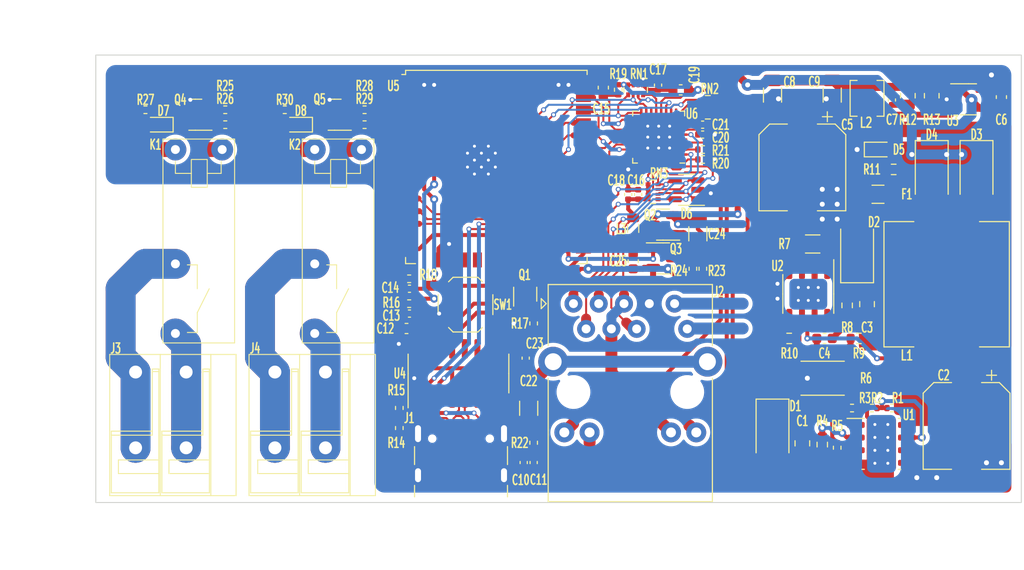
<source format=kicad_pcb>
(kicad_pcb (version 20221018) (generator pcbnew)
  (layers (0 "F.Cu" signal) (31 "B.Cu" signal) (34 "B.Paste" user) (35 "F.Paste" user) (36 "B.SilkS" user "B.Silkscreen") (37 "F.SilkS" user "F.Silkscreen") (38 "B.Mask" user) (39 "F.Mask" user) (44 "Edge.Cuts" user))
  (net 0 "")
  (net 1 "PoE-")
  (net 2 "PoE+")
  (net 3 "GND")
  (net 4 "Net-(D2-K)")
  (net 5 "Net-(C3-Pad1)")
  (net 6 "5VPOE")
  (net 7 "Net-(U2-FB)")
  (net 8 "+5V")
  (net 9 "+3.3V")
  (net 10 "Net-(U3-FB)")
  (net 11 "Net-(C10-Pad1)")
  (net 12 "Net-(Q1A-C1)")
  (net 13 "Net-(U6-~{RST})")
  (net 14 "+3.3VA")
  (net 15 "+3.3VLAN")
  (net 16 "Net-(J2-SHIELD)")
  (net 17 "Net-(Q2-G)")
  (net 18 "5VUSB")
  (net 19 "Net-(D5-A)")
  (net 20 "/RD-")
  (net 21 "/TD-")
  (net 22 "/TD+")
  (net 23 "/RD+")
  (net 24 "Net-(D7-K)")
  (net 25 "Net-(D7-A)")
  (net 26 "Net-(D8-K)")
  (net 27 "Net-(D8-A)")
  (net 28 "Net-(J1-CC1)")
  (net 29 "/USB_D+")
  (net 30 "/USB_D-")
  (net 32 "Net-(J1-CC2)")
  (net 34 "Net-(J2-RLED-)")
  (net 35 "Net-(J2-LLED-)")
  (net 36 "/LED_Y_A")
  (net 37 "Net-(J3-Pin_1)")
  (net 38 "Net-(J3-Pin_2)")
  (net 39 "Net-(J4-Pin_1)")
  (net 40 "Net-(J4-Pin_2)")
  (net 41 "Net-(U3-LX)")
  (net 42 "Net-(Q1A-E1)")
  (net 43 "Net-(Q1A-B1)")
  (net 44 "Net-(Q1B-C2)")
  (net 45 "PHY_PWR")
  (net 46 "Net-(Q3-C)")
  (net 47 "Net-(Q4-B)")
  (net 48 "Net-(Q5-B)")
  (net 49 "Net-(U1-UVLO)")
  (net 50 "Net-(U1-ILIM)")
  (net 51 "Net-(U1-CLASS)")
  (net 52 "Net-(U1-DET)")
  (net 53 "Net-(R7-Pad2)")
  (net 54 "Net-(U2-BS)")
  (net 55 "Net-(U6-RBIAS)")
  (net 56 "/LED_G_K")
  (net 57 "OUT1")
  (net 58 "OUT2")
  (net 59 "/EMAC_RXD1")
  (net 60 "/EMAC_RXD0")
  (net 61 "/EMAC_MDIO")
  (net 62 "/EMAC_RX")
  (net 63 "Net-(RN2-R2.1)")
  (net 64 "Net-(RN2-R3.1)")
  (net 65 "Net-(RN2-R4.1)")
  (net 66 "PG")
  (net 68 "Net-(U4-TXD)")
  (net 69 "Net-(U4-RXD)")
  (net 93 "/EMAC_CLK")
  (net 95 "/EMAC_TXD0")
  (net 97 "/EMAC_TXEN")
  (net 98 "/EMAC_TXD1")
  (net 99 "/EMAC_MDC")
  (net 105 "Net-(RN1-R4.1)")
  (net 106 "Net-(#FLG0102-pwr)")
  (footprint "Tales:SOT-23" (layer "F.Cu") (at 133 88.05 180)
    (fp_text reference "Q2")
    (fp_text value "WPM2015-3/TR")
  )
  (footprint "Tales:TerminalBlock_Dibo_DB142R-2-5.08_1x02_P5.08mm_Horizontal" (layer "F.Cu") (at 80 110.5)
    (fp_text reference "J3")
    (fp_text value "1x2P 5,08mm")
  )
  (footprint "Tales:R_0402_1005Metric" (layer "F.Cu") (at 137 92.49 90)
    (fp_text reference "R23")
    (fp_text value "10k/62,5mW")
  )
  (footprint "Tales:C_0402_1005Metric" (layer "F.Cu") (at 119 111.98 90)
    (fp_text reference "C10")
    (fp_text value "1uF/25V")
  )
  (footprint "Tales:C_0402_1005Metric" (layer "F.Cu") (at 132.5 74.02 -90)
    (fp_text reference "C17")
    (fp_text value "0,1uF/50V")
  )
  (footprint "Tales:SOT-363_SC-70-6" (layer "F.Cu") (at 119.15 95.05 90)
    (fp_text reference "Q1")
    (fp_text value "UMH3N")
  )
  (footprint "Tales:C_0603_1608Metric" (layer "F.Cu") (at 167 75.225 90)
    (fp_text reference "C6")
    (fp_text value "10uF/10V")
  )
  (footprint "Tales:R_0402_1005Metric" (layer "F.Cu") (at 151.99 106.5)
    (fp_text reference "R3")
    (fp_text value "180k/62,5mW")
  )
  (footprint "Tales:R_0402_1005Metric" (layer "F.Cu") (at 103.01 76.5 180)
    (fp_text reference "R28")
    (fp_text value "10k/62,5mW")
  )
  (footprint "Tales:R_0603_1608Metric" (layer "F.Cu") (at 151.5 96.175 -90)
    (fp_text reference "R8")
    (fp_text value "5,1R/100mW")
  )
  (footprint "Tales:QFN-32-1EP_5x5mm_P0.5mm_EP3.3x3.3mm_ThermalVias" (layer "F.Cu") (at 132.5625 79.25 180)
    (fp_text reference "U6")
    (fp_text value "LAN8710A")
  )
  (footprint "Tales:D_SMA" (layer "F.Cu") (at 164.5 83 -90)
    (fp_text reference "D3")
    (fp_text value "SS34")
  )
  (footprint "Tales:C_0805_2012Metric" (layer "F.Cu") (at 153.5 96.05 90)
    (fp_text reference "C3")
    (fp_text value "100nF/100V")
  )
  (footprint "Tales:SOIC-16_3.9x9.9mm_P1.27mm" (layer "F.Cu") (at 112.445 103.025 90)
    (fp_text reference "U4")
    (fp_text value "CH340C")
  )
  (footprint "Tales:SOT-23" (layer "F.Cu") (at 86 77 180)
    (fp_text reference "Q4")
    (fp_text value "MMBT2222A")
  )
  (footprint "Tales:R_0402_1005Metric" (layer "F.Cu") (at 80.99 76.5)
    (fp_text reference "R27")
    (fp_text value "680R/62,5mW")
  )
  (footprint "Tales:R_0402_1005Metric" (layer "F.Cu") (at 106.5 108.51 -90)
    (fp_text reference "R14")
    (fp_text value "5,1k/62,5mW")
  )
  (footprint "Tales:R_0402_1005Metric" (layer "F.Cu") (at 107.49 93.5)
    (fp_text reference "R18")
    (fp_text value "10k/62,5mW")
  )
  (footprint "Tales:TerminalBlock_Dibo_DB142R-2-5.08_1x02_P5.08mm_Horizontal" (layer "F.Cu") (at 94 110.5)
    (fp_text reference "J4")
    (fp_text value "1x2P 5,08mm")
  )
  (footprint "Tales:C_0402_1005Metric" (layer "F.Cu") (at 156 75.52 -90)
    (fp_text reference "C7")
    (fp_text value "22pF/50V")
  )
  (footprint "Tales:C_1206_3216Metric" (layer "F.Cu") (at 144 75.025 -90)
    (fp_text reference "C8")
    (fp_text value "22uF/10V")
  )
  (footprint "Tales:ESP32-WROOM-32U" (layer "F.Cu") (at 116.25 82.255)
    (fp_text reference "U5")
    (fp_text value "ESP32-WROOM-32UE-N16")
  )
  (footprint "Tales:TSOT-23-5" (layer "F.Cu") (at 163.7 75.45)
    (fp_text reference "U3")
    (fp_text value "SY8089A1AAC")
  )
  (footprint "Tales:R_0402_1005Metric" (layer "F.Cu") (at 137.01 80.5 180)
    (fp_text reference "R21")
    (fp_text value "330R/62,5mW")
  )
  (footprint "Tales:L_12x12mm_h6mm" (layer "F.Cu") (at 161.5 94.05 -90)
    (fp_text reference "L1")
    (fp_text value "33uH/2,1A")
  )
  (footprint "Tales:C_0402_1005Metric" (layer "F.Cu") (at 129.5 85.02 90)
    (fp_text reference "C18")
    (fp_text value "0,1uF/50V")
  )
  (footprint "Tales:USB_C_Receptacle_GCT_USB4105-xx-A_16P_TopMnt_Horizontal" (layer "F.Cu") (at 112.7 112.18)
    (fp_text reference "J1")
    (fp_text value "USB_C_Receptacle_USB2.0")
  )
  (footprint "Tales:C_0603_1608Metric" (layer "F.Cu") (at 107.225 98.5 180)
    (fp_text reference "C12")
    (fp_text value "10uF/10V")
  )
  (footprint "Tales:C_0402_1005Metric" (layer "F.Cu") (at 120 111.98 90)
    (fp_text reference "C11")
    (fp_text value "0,1uF/50V")
  )
  (footprint "Tales:Fuse_1206_3216Metric" (layer "F.Cu") (at 154.6 85 180)
    (fp_text reference "F1")
    (fp_text value "500mA")
  )
  (footprint "Tales:R_0402_1005Metric" (layer "F.Cu") (at 128.5 74.49 90)
    (fp_text reference "R19")
    (fp_text value "10k/62,5mW")
  )
  (footprint "Tales:Relay_SPST_Omron_G5NB-1A" (layer "F.Cu") (at 84 80.5 -90)
    (fp_text reference "K1")
    (fp_text value "G5NB-1A-E-DC5")
  )
  (footprint "Tales:C_0402_1005Metric" (layer "F.Cu") (at 107.52 97 180)
    (fp_text reference "C13")
    (fp_text value "0,1uF/50V")
  )
  (footprint "Tales:R_0402_1005Metric" (layer "F.Cu") (at 94.99 76.5)
    (fp_text reference "R30")
    (fp_text value "680R/62,5mW")
  )
  (footprint "Tales:C_0603_1608Metric" (layer "F.Cu") (at 134.775 74.5 180)
    (fp_text reference "C19")
    (fp_text value "10uF/10V")
  )
  (footprint "Tales:R_0402_1005Metric" (layer "F.Cu") (at 103.01 78)
    (fp_text reference "R29")
    (fp_text value "1k/62,5mW")
  )
  (footprint "Tales:R_0603_1608Metric" (layer "F.Cu") (at 156.175 82.5 180)
    (fp_text reference "R11")
    (fp_text value "820R/100mW")
  )
  (footprint "Tales:C_1206_3216Metric" (layer "F.Cu") (at 119.5 106.525 -90)
    (fp_text reference "C22")
    (fp_text value "1nF/2kV")
  )
  (footprint "Tales:C_0402_1005Metric" (layer "F.Cu") (at 136.98 78)
    (fp_text reference "C21")
    (fp_text value "470pF/50V")
  )
  (footprint "Tales:R_0402_1005Metric" (layer "F.Cu") (at 136 92.49 -90)
    (fp_text reference "R24")
    (fp_text value "1k/62,5mW")
  )
  (footprint "Tales:LED_0603_1608Metric" (layer "F.Cu") (at 154.7125 80.5)
    (fp_text reference "D5")
    (fp_text value "GREEN")
  )
  (footprint "Tales:R_0603_1608Metric" (layer "F.Cu") (at 145.675 99.5 180)
    (fp_text reference "R10")
    (fp_text value "52,3k/100mW")
  )
  (footprint "Tales:LED_0603_1608Metric" (layer "F.Cu") (at 96.2875 78 180)
    (fp_text reference "D8")
    (fp_text value "GREEN")
  )
  (footprint "Tales:C_0402_1005Metric" (layer "F.Cu") (at 119.2 101.48 -90)
    (fp_text reference "C23")
    (fp_text value "0,1uF/50V")
  )
  (footprint "Tales:SOT-23" (layer "F.Cu") (at 133 91.45)
    (fp_text reference "Q3")
    (fp_text value "LMUN2211LT1G")
  )
  (footprint "Tales:C_1206_3216Metric" (layer "F.Cu") (at 150 75.025 -90)
    (fp_text reference "C9")
    (fp_text value "22uF/10V")
  )
  (footprint "Tales:L_0805_2012Metric" (layer "F.Cu") (at 130 88.4375 90)
    (fp_text reference "L3")
    (fp_text value "2A/600R")
  )
  (footprint "Tales:CP_Elec_8x10.5" (layer "F.Cu") (at 163.5 108.3 -90)
    (fp_text reference "C2")
    (fp_text value "22uF/100V")
  )
  (footprint "Tales:RJ45_UDE_RB1-ZZ-0206" (layer "F.Cu") (at 124 96)
    (fp_text reference "J2")
    (fp_text value "RJ45 JACK")
  )
  (footprint "Tales:C_0805_2012Metric" (layer "F.Cu") (at 147 110.05 -90)
    (fp_text reference "C1")
    (fp_text value "100nF/100V")
  )
  (footprint "Tales:C_0402_1005Metric" (layer "F.Cu") (at 136.98 79)
    (fp_text reference "C20")
    (fp_text value "1uF/25V")
  )
  (footprint "Tales:LED_0603_1608Metric" (layer "F.Cu") (at 82.2875 78 180)
    (fp_text reference "D7")
    (fp_text value "GREEN")
  )
  (footprint "Tales:SW_SPST_TL3342" (layer "F.Cu") (at 113.15 96.1 180)
    (fp_text reference "SW1")
    (fp_text value "RESET")
  )
  (footprint "Tales:R_0402_1005Metric" (layer "F.Cu") (at 107.49 96 180)
    (fp_text reference "R16")
    (fp_text value "10k/62,5mW")
  )
  (footprint "Tales:R_0805_2012Metric" (layer "F.Cu") (at 160 75.0875 -90)
    (fp_text reference "R13")
    (fp_text value "22,1k/0,125W")
  )
  (footprint "Tales:R_2512_6332Metric" (layer "F.Cu") (at 149.0375 103.5 180)
    (fp_text reference "R6")
    (fp_text value "4,7k/1W")
  )
  (footprint "Tales:R_0402_1005Metric" (layer "F.Cu") (at 153.99 106.5 180)
    (fp_text reference "R2")
    (fp_text value "10k/62,5mW")
  )
  (footprint "Tales:C_0603_1608Metric" (layer "F.Cu") (at 149.225 99.5 180)
    (fp_text reference "C4")
    (fp_text value "12pF/50V")
  )
  (footprint "Tales:D_SMA" (layer "F.Cu") (at 152.5 90.5 90)
    (fp_text reference "D2")
    (fp_text value "SS510")
  )
  (footprint "Tales:SOIC-8-1EP_3.9x4.9mm_P1.27mm_EP2.95x4.9mm_Mask2.71x3.4mm_ThermalVias" (layer "F.Cu") (at 154.9375 110.105)
    (fp_text reference "U1")
    (fp_text value "TPS2376DDAR-H")
  )
  (footprint "Tales:R_0402_1005Metric" (layer "F.Cu") (at 120 109.99 -90)
    (fp_text reference "R22")
    (fp_text value "330R/62,5mW")
  )
  (footprint "Tales:C_0402_1005Metric" (layer "F.Cu") (at 107.52 94.5 180)
    (fp_text reference "C14")
    (fp_text value "1uF/25V")
  )
  (footprint "Tales:R_0402_1005Metric" (layer "F.Cu") (at 156.01 106.5 180)
    (fp_text reference "R1")
    (fp_text value "130k/62,5mW")
  )
  (footprint "Tales:SOT-23" (layer "F.Cu") (at 100 77 180)
    (fp_text reference "Q5")
    (fp_text value "MMBT2222A")
  )
  (footprint "Tales:R_Array_Convex_4x0402" (layer "F.Cu") (at 137.5 76.25)
    (fp_text reference "RN2")
    (fp_text value "4x2,2k/62,5mW")
  )
  (footprint "Tales:R_0402_1005Metric" (layer "F.Cu") (at 106.5 106.49 90)
    (fp_text reference "R15")
    (fp_text value "5,1k/62,5mW")
  )
  (footprint "Tales:D_SMA" (layer "F.Cu") (at 144 109 -90)
    (fp_text reference "D1")
    (fp_text value "SMAJ58A")
  )
  (footprint "Tales:R_Array_Convex_4x0402" (layer "F.Cu") (at 130.25 74.5 90)
    (fp_text reference "RN1")
    (fp_text value "4x2,2k/62,5mW")
  )
  (footprint "Tales:R_0402_1005Metric" (layer "F.Cu") (at 150.5 110.49 -90)
    (fp_text reference "R5")
    (fp_text value "30,1k/62,5mW")
  )
  (footprint "Tales:L_3x3_h1.5" (layer "F.Cu") (at 153.5 75.35 90)
    (fp_text reference "L2")
    (fp_text value "2,2uH/1,5A")
  )
  (footprint "Tales:R_0805_2012Metric" (layer "F.Cu") (at 157.6 75.0875 -90)
    (fp_text reference "R12")
    (fp_text value "100k/0,125W")
  )
  (footprint "Tales:R_0402_1005Metric" (layer "F.Cu") (at 89.01 76.5 180)
    (fp_text reference "R25")
    (fp_text value "10k/62,5mW")
  )
  (footprint "Tales:R_0603_1608Metric" (layer "F.Cu") (at 149 110.175 -90)
    (fp_text reference "R4")
    (fp_text value "4,42k/100mW")
  )
  (footprint "Tales:SOIC-8-1EP_3.9x4.9mm_P1.27mm_EP2.29x3mm_ThermalVias" (layer "F.Cu") (at 147.595 95.025 -90)
    (fp_text reference "U2")
    (fp_text value "TX4138")
  )
  (footprint "Tales:CP_Elec_8x10.5" (layer "F.Cu") (at 147 82.3 -90)
    (fp_text reference "C5")
    (fp_text value "470uF/16V")
  )
  (footprint "Tales:R_0402_1005Metric" (layer "F.Cu") (at 89.01 78)
    (fp_text reference "R26")
    (fp_text value "1k/62,5mW")
  )
  (footprint "Tales:C_0402_1005Metric" (layer "F.Cu") (at 130.5 85.02 90)
    (fp_text reference "C16")
    (fp_text value "0,1uF/50V")
  )
  (footprint "Tales:C_0603_1608Metric" (layer "F.Cu") (at 127 74.275 -90)
    (fp_text reference "C15")
    (fp_text value "10uF/10V")
  )
  (footprint "Tales:R_1206_3216Metric" (layer "F.Cu") (at 148.0375 90)
    (fp_text reference "R7")
    (fp_text value "30mR/250mW")
  )
  (footprint "Tales:Relay_SPST_Omron_G5NB-1A" (layer "F.Cu") (at 98 80.5 -90)
    (fp_text reference "K2")
    (fp_text value "G5NB-1A-E-DC5")
  )
  (footprint "Tales:R_0603_1608Metric" (layer "F.Cu") (at 152.675 99.5 180)
    (fp_text reference "R9")
    (fp_text value "300k/100mW")
  )
  (footprint "Tales:R_0402_1005Metric" (layer "F.Cu") (at 137.01 81.5)
    (fp_text reference "R20")
    (fp_text value "12,1k/62,5mW")
  )
  (footprint "Tales:SOT-23-5" (layer "F.Cu") (at 135.3625 84.55 180)
    (fp_text reference "D6")
    (fp_text value "ESDS314DBV")
  )
  (footprint "Tales:D_SMA" (layer "F.Cu") (at 160 83 -90)
    (fp_text reference "D4")
    (fp_text value "SS34")
  )
  (footprint "Tales:R_Array_Convex_4x0402" (layer "F.Cu") (at 132 84.75 180)
    (fp_text reference "RN3")
    (fp_text value "4x49,9R/62,5mW")
  )
  (footprint "Tales:C_1206_3216Metric" (layer "F.Cu") (at 136.5 88.975 -90)
    (fp_text reference "C24")
    (fp_text value "22uF/10V")
  )
  (footprint "Tales:R_0402_1005Metric" (layer "F.Cu") (at 120 97.99 90)
    (fp_text reference "R17")
    (fp_text value "10k/62,5mW")
  )
  (footprint "Tales:C_0603_1608Metric" (layer "F.Cu") (at 130 91.725 -90)
    (fp_text reference "C25")
    (fp_text value "10uF/10V")
  )
  (gr_rect (start 76 71) (end 169 116) (stroke (width 0.1)) (fill none) (layer "Edge.Cuts"))
  (segment (start 149 111.5) (end 149 111) (width 0.6) (layer "F.Cu") (net 1))
  (segment (start 153.5 106.52) (end 153.48 106.5) (width 0.4) (layer "F.Cu") (net 1))
  (segment (start 147 111) (end 149 111) (width 1) (layer "F.Cu") (net 1))
  (segment (start 149.5 112) (end 149 111.5) (width 0.6) (layer "F.Cu") (net 1))
  (segment (start 152.375 112) (end 154.2425 112) (width 0.6) (layer "F.Cu") (net 1))
  (segment (start 153.5 107.3575) (end 153.5 106.52) (width 0.4) (layer "F.Cu") (net 1))
  (segment (start 154.2875 108.145) (end 153.5 107.3575) (width 0.4) (layer "F.Cu") (net 1))
  (segment (start 152.5 106.5) (end 153.48 106.5) (width 0.4) (layer "F.Cu") (net 1))
  (segment (start 144 111) (end 147 111) (width 1) (layer "F.Cu") (net 1))
  (segment (start 154.2425 112) (end 154.2875 112.045) (width 0.6) (layer "F.Cu") (net 1))
  (segment (start 152.375 112) (end 149.5 112) (width 0.6) (layer "F.Cu") (net 1))
  (segment (start 135.43 98.54) (end 135.47 98.5) (width 1.2) (layer "B.Cu") (net 1))
  (segment (start 135.47 98.5) (end 141 98.5) (width 1.2) (layer "B.Cu") (net 1))
  (segment (start 144 90) (end 143 91) (width 1.2) (layer "F.Cu") (net 2))
  (segment (start 150 109.5) (end 150.02 109.5) (width 0.4) (layer "F.Cu") (net 2))
  (segment (start 156.52 106.5) (end 157.5 106.5) (width 0.4) (layer "F.Cu") (net 2))
  (segment (start 157.5 106.5) (end 157.5 104.5) (width 0.6) (layer "F.Cu") (net 2))
  (segment (start 148.5 107) (end 149 106.5) (width 1.5) (layer "F.Cu") (net 2))
  (segment (start 147 90.425) (end 146.575 90) (width 0.6) (layer "F.Cu") (net 2))
  (segment (start 150 109.5) (end 150 107.5) (width 0.4) (layer "F.Cu") (net 2))
  (segment (start 156.5 103.5) (end 157.5 104.5) (width 1.5) (layer "F.Cu") (net 2))
  (segment (start 157.5 104.5) (end 163.4 104.5) (width 1.5) (layer "F.Cu") (net 2))
  (segment (start 150.02 109.5) (end 150.5 109.98) (width 0.4) (layer "F.Cu") (net 2))
  (segment (start 147 92.51) (end 147 90.425) (width 0.6) (layer "F.Cu") (net 2))
  (segment (start 147 109.1) (end 147 107) (width 1) (layer "F.Cu") (net 2))
  (segment (start 150 107.5) (end 149 106.5) (width 0.4) (layer "F.Cu") (net 2))
  (segment (start 152 103.5) (end 156.5 103.5) (width 1.5) (layer "F.Cu") (net 2))
  (segment (start 143 106) (end 144 107) (width 1.2) (layer "F.Cu") (net 2))
  (segment (start 146.96 92.55) (end 147 92.51) (width 0.6) (layer "F.Cu") (net 2))
  (segment (start 163.4 104.5) (end 163.5 104.6) (width 1.5) (layer "F.Cu") (net 2))
  (segment (start 157.5 108.19) (end 157.5 106.5) (width 0.6) (layer "F.Cu") (net 2))
  (segment (start 147 107) (end 148.5 107) (width 1.5) (layer "F.Cu") (net 2))
  (segment (start 143 91) (end 143 106) (width 1.2) (layer "F.Cu") (net 2))
  (segment (start 146.575 90) (end 144 90) (width 1.2) (layer "F.Cu") (net 2))
  (segment (start 149 106.5) (end 152 103.5) (width 1.5) (layer "F.Cu") (net 2))
  (segment (start 144 107) (end 147 107) (width 1.5) (layer "F.Cu") (net 2))
  (segment (start 134.16 96) (end 141 96) (width 1.2) (layer "B.Cu") (net 2))
  (segment (start 108.325 109.02) (end 108.38 109.075) (width 0.4) (layer "F.Cu") (net 3))
  (segment (start 167 74) (end 166 73) (width 0.6) (layer "F.Cu") (net 3))
  (segment (start 110.535 90.465) (end 110.535 91.605) (width 0.6) (layer "F.Cu") (net 3))
  (segment (start 145.69 92.81) (end 145.69 92.55) (width 0.6) (layer "F.Cu") (net 3))
  (segment (start 131.6 95.08) (end 131.6 94.1) (width 0.6) (layer "F.Cu") (net 3))
  (segment (start 116.445 108.5) (end 117.02 109.075) (width 0.6) (layer "F.Cu") (net 3))
  (segment (start 106.45 100.05) (end 106.45 98.5) (width 0.4) (layer "F.Cu") (net 3))
  (segment (start 129.5 84.54) (end 130.5 84.54) (width 0.4) (layer "F.Cu") (net 3))
  (segment (start 109 74) (end 110 74) (width 0.8) (layer "F.Cu") (net 3))
  (segment (start 138 76.5) (end 138 77) (width 0.2) (layer "F.Cu") (net 3))
  (segment (start 120 110.5) (end 119 110.5) (width 0.4) (layer "F.Cu") (net 3))
  (segment (start 145 75) (end 149 75) (width 1) (layer "F.Cu") (net 3))
  (segment (start 150 76) (end 150 76.5) (width 1) (layer "F.Cu") (net 3))
  (segment (start 106.45 98.5) (end 106 98.05) (width 0.4) (layer "F.Cu") (net 3))
  (segment (start 150.5 86.5) (end 150.5 86.5) (width 1.5) (layer "F.Cu") (net 3))
  (segment (start 144.5 94) (end 144.5 95.5) (width 0.6) (layer "F.Cu") (net 3))
  (segment (start 132 93.7) (end 132 92.4) (width 0.6) (layer "F.Cu") (net 3))
  (segment (start 106.98 105.5) (end 106.5 105.98) (width 0.4) (layer "F.Cu") (net 3))
  (segment (start 130.8125 81.6875) (end 130.8125 81) (width 0.2) (layer "F.Cu") (net 3))
  (segment (start 147.5 103.5) (end 146.075 103.5) (width 1) (layer "F.Cu") (net 3))
  (segment (start 150.5 86) (end 150 86) (width 1.5) (layer "F.Cu") (net 3))
  (segment (start 150.5 86.5) (end 150.5 86) (width 1.5) (layer "F.Cu") (net 3))
  (segment (start 150.5 87.5) (end 150.5 86.5) (width 1.5) (layer "F.Cu") (net 3))
  (segment (start 131 73.4) (end 131 74) (width 0.4) (layer "F.Cu") (net 3))
  (segment (start 108 105.5) (end 108 103.5) (width 0.4) (layer "F.Cu") (net 3))
  (segment (start 106.45 100.05) (end 106.45 101.95) (width 0.4) (layer "F.Cu") (net 3))
  (segment (start 119 108.5) (end 119.5 108) (width 0.4) (layer "F.Cu") (net 3))
  (segment (start 150 86) (end 149 86) (width 1.5) (layer "F.Cu") (net 3))
  (segment (start 107.5 74) (end 109 74) (width 0.8) (layer "F.Cu") (net 3))
  (segment (start 131.5 74.5) (end 132.5 74.5) (width 0.4) (layer "F.Cu") (net 3))
  (segment (start 86.05 76.05) (end 87 76.05) (width 0.4) (layer "F.Cu") (net 3))
  (segment (start 153.925 80.5) (end 152.5 80.5) (width 0.8) (layer "F.Cu") (net 3))
  (segment (start 137.46 79) (end 137.46 78) (width 0.4) (layer "F.Cu") (net 3))
  (segment (start 106.45 101.95) (end 108 103.5) (width 0.4) (layer "F.Cu") (net 3))
  (segment (start 130.125 81) (end 130.8125 81) (width 0.2) (layer "F.Cu") (net 3))
  (segment (start 129.5 84.54) (end 129.5 82.5) (width 0.4) (layer "F.Cu") (net 3))
  (segment (start 137.46 77.54) (end 138 77) (width 0.4) (layer "F.Cu") (net 3))
  (segment (start 109.5 108.5) (end 108.955 108.5) (width 0.6) (layer "F.Cu") (net 3))
  (segment (start 144.85 101.85) (end 144.85 99.5) (width 0.8) (layer "F.Cu") (net 3))
  (segment (start 167 74.45) (end 167 74) (width 0.6) (layer "F.Cu") (net 3))
  (segment (start 152.5 88.5) (end 151.5 87.5) (width 1.5) (layer "F.Cu") (net 3))
  (segment (start 160.5 76) (end 161.05 75.45) (width 0.6) (layer "F.Cu") (net 3))
  (segment (start 107.04 94.5) (end 107.04 93.56) (width 0.4) (layer "F.Cu") (net 3))
  (segment (start 149 75) (end 150 76) (width 1) (layer "F.Cu") (net 3))
  (segment (start 130.8125 81) (end 131.4625 80.35) (width 0.4) (layer "F.Cu") (net 3))
  (segment (start 106.5 109.02) (end 108.325 109.02) (width 0.4) (layer "F.Cu") (net 3))
  (segment (start 144 76.5) (end 144 76) (width 1) (layer "F.Cu") (net 3))
  (segment (start 150 86) (end 150 86) (width 1.5) (layer "F.Cu") (net 3))
  (segment (start 119.5 108) (end 118.095 108) (width 1) (layer "F.Cu") (net 3))
  (segment (start 131 74) (end 131.5 74.5) (width 0.4) (layer "F.Cu") (net 3))
  (segment (start 144.5 94) (end 145.69 92.81) (width 0.6) (layer "F.Cu") (net 3))
  (segment (start 87 76.05) (end 88.05 76.05) (width 0.4) (layer "F.Cu") (net 3))
  (segment (start 100.05 76.05) (end 101 76.05) (width 0.4) (layer "F.Cu") (net 3))
  (segment (start 99.5 75.5) (end 100.05 76.05) (width 0.4) (layer "F.Cu") (net 3))
  (segment (start 125 74) (end 123.5 74) (width 0.8) (layer "F.Cu") (net 3))
  (segment (start 119 111.5) (end 119 110.5) (width 0.4) (layer "F.Cu") (net 3))
  (segment (start 85.5 75.5) (end 86.05 76.05) (width 0.4) (layer "F.Cu") (net 3))
  (segment (start 119.2 101.96) (end 118.095 103.065) (width 0.4) (layer "F.Cu") (net 3))
  (segment (start 138.2 79) (end 137.46 79) (width 0.4) (layer "F.Cu") (net 3))
  (segment (start 144 76) (end 145 75) (width 1) (layer "F.Cu") (net 3))
  (segment (start 119 110.5) (end 119 108.5) (width 0.4) (layer "F.Cu") (net 3))
  (segment (start 131.62 95.1) (end 131.6 95.08) (width 0.6) (layer "F.Cu") (net 3))
  (segment (start 119 111.5) (end 120 111.5) (width 0.4) (layer "F.Cu") (net 3))
  (segment (start 138.1735 81.5) (end 137.52 81.5) (width 0.4) (layer "F.Cu") (net 3))
  (segment (start 118.095 103.065) (end 118.095 108) (width 0.4) (layer "F.Cu") (net 3))
  (segment (start 88.05 76.05) (end 88.5 76.5) (width 0.4) (layer "F.Cu") (net 3))
  (segment (start 102.05 76.05) (end 102.5 76.5) (width 0.4) (layer "F.Cu") (net 3))
  (segment (start 131 92.5) (end 130 92.5) (width 0.6) (layer "F.Cu") (net 3))
  (segment (start 110 97.5) (end 110.5 97) (width 0.4) (layer "F.Cu") (net 3))
  (segment (start 115.9 108.5) (end 116.445 108.5) (width 0.6) (layer "F.Cu") (net 3))
  (segment (start 161.05 75.45) (end 162.5 75.45) (width 0.6) (layer "F.Cu") (net 3))
  (segment (start 157.5 112) (end 163.5 112) (width 0.6) (layer "F.Cu") (net 3))
  (segment (start 132.5 74.5) (end 134 74.5) (width 0.4) (layer "F.Cu") (net 3))
  (segment (start 137.8 84.9) (end 137.45 84.55) (width 0.4) (layer "F.Cu") (net 3))
  (segment (start 118.095 108) (end 117.02 109.075) (width 1) (layer "F.Cu") (net 3))
  (segment (start 111 90) (end 110.535 90.465) (width 0.6) (layer "F.Cu") (net 3))
  (segment (start 101 76.05) (end 102.05 76.05) (width 0.4) (layer "F.Cu") (net 3))
  (segment (start 107.04 93.56) (end 106.98 93.5) (width 0.4) (layer "F.Cu") (net 3))
  (segment (start 108.955 108.5) (end 108.38 109.075) (width 0.6) (layer "F.Cu") (net 3))
  (segment (start 125.5 73.5) (end 125 74) (width 0.8) (layer "F.Cu") (net 3))
  (segment (start 131.6 94.1) (end 132 93.7) (width 0.6) (layer "F.Cu") (net 3))
  (segment (start 107.04 97) (end 106 97) (width 0.4) (layer "F.Cu") (net 3))
  (segment (start 146.075 103.5) (end 146.075 103.075) (width 0.8) (layer "F.Cu") (net 3))
  (segment (start 106 95.54) (end 107.04 94.5) (width 0.4) (layer "F.Cu") (net 3))
  (segment (start 149 86) (end 147 86) (width 1.5) (layer "F.Cu") (net 3))
  (segment (start 116.3 98) (end 118 98) (width 0.4) (layer "F.Cu") (net 3))
  (segment (start 127 73.5) (end 125.5 73.5) (width 0.8) (layer "F.Cu") (net 3))
  (segment (start 146.075 103.075) (end 144.85 101.85) (width 0.8) (layer "F.Cu") (net 3))
  (segment (start 108 105.5) (end 106.98 105.5) (width 0.4) (layer "F.Cu") (net 3))
  (segment (start 106 98.05) (end 106 97) (width 0.4) (layer "F.Cu") (net 3))
  (segment (start 123.5 74) (end 122.5 74) (width 0.8) (layer "F.Cu") (net 3))
  (segment (start 137.45 84.55) (end 136.5 84.55) (width 0.4) (layer "F.Cu") (net 3))
  (segment (start 163.5 112) (end 167 112) (width 1) (layer "F.Cu") (net 3))
  (segment (start 111.5 90) (end 111 90) (width 0.6) (layer "F.Cu") (net 3))
  (segment (start 137.46 78) (end 137.46 77.54) (width 0.4) (layer "F.Cu") (net 3))
  (segment (start 110 98) (end 110 97.5) (width 0.4) (layer "F.Cu") (net 3))
  (segment (start 106 97) (end 106 95.54) (width 0.4) (layer "F.Cu") (net 3))
  (segment (start 131.1 92.4) (end 131 92.5) (width 0.6) (layer "F.Cu") (net 3))
  (segment (start 151.5 87.5) (end 150.5 87.5) (width 1.5) (layer "F.Cu") (net 3))
  (segment (start 131.62 95.1) (end 131.62 96) (width 1) (layer "F.Cu") (net 3))
  (segment (start 132 92.4) (end 131.1 92.4) (width 0.6) (layer "F.Cu") (net 3))
  (via (at 85.5 75.5) (size 0.8) (drill 0.4) (layers "F.Cu" "B.Cu") (net 3))
  (via (at 106.45 100.05) (size 0.8) (drill 0.4) (layers "F.Cu" "B.Cu") (net 3))
  (via (at 138.2 79) (size 0.8) (drill 0.4) (layers "F.Cu" "B.Cu") (net 3))
  (via (at 166 73) (size 1.2) (drill 0.5) (layers "F.Cu" "B.Cu") (net 3))
  (via (at 158.5 113.5) (size 1.2) (drill 0.5) (layers "F.Cu" "B.Cu") (net 3))
  (via (at 149.4 75.4) (size 1.2) (drill 0.5) (layers "F.Cu" "B.Cu") (net 3))
  (via (at 138.1735 81.5) (size 0.6) (drill 0.3) (layers "F.Cu" "B.Cu") (net 3))
  (via (at 123.5 74) (size 0.8) (drill 0.4) (layers "F.Cu" "B.Cu") (net 3))
  (via (at 149 86) (size 1.2) (drill 0.5) (layers "F.Cu" "B.Cu") (net 3))
  (via (at 110 74) (size 0.8) (drill 0.4) (layers "F.Cu" "B.Cu") (net 3))
  (via (at 137.8 84.9) (size 0.8) (drill 0.4) (layers "F.Cu" "B.Cu") (net 3))
  (via (at 152.5 80.5) (size 1.2) (drill 0.5) (layers "F.Cu" "B.Cu") (net 3))
  (via (at 165.5 112) (size 1.2) (drill 0.5) (layers "F.Cu" "B.Cu") (net 3))
  (via (at 109 74) (size 0.8) (drill 0.4) (layers "F.Cu" "B.Cu") (net 3))
  (via (at 144.6 75.4) (size 1.2) (drill 0.5) (layers "F.Cu" "B.Cu") (net 3))
  (via (at 110.5 97) (size 0.8) (drill 0.4) (layers "F.Cu" "B.Cu") (net 3))
  (via (at 167 112) (size 1.2) (drill 0.5) (layers "F.Cu" "B.Cu") (net 3))
  (via (at 161.5 75.45) (size 1) (drill 0.4) (layers "F.Cu" "B.Cu") (net 3))
  (via (at 131 73.4) (size 0.6) (drill 0.3) (layers "F.Cu" "B.Cu") (net 3))
  (via (at 160.5 113.5) (size 1.2) (drill 0.5) (layers "F.Cu" "B.Cu") (net 3))
  (via (at 150.5 87.5) (size 1.2) (drill 0.5) (layers "F.Cu" "B.Cu") (net 3))
  (via (at 122.5 74) (size 0.8) (drill 0.4) (layers "F.Cu" "B.Cu") (net 3))
  (via (at 150.5 84.5) (size 1.2) (drill 0.5) (layers "F.Cu" "B.Cu") (net 3))
  (via (at 149 87.5) (size 1.2) (drill 0.5) (layers "F.Cu" "B.Cu") (net 3))
  (via (at 147.5 103.5) (size 1.2) (drill 0.5) (layers "F.Cu" "B.Cu") (net 3))
  (via (at 144.5 94) (size 1) (drill 0.4) (layers "F.Cu" "B.Cu") (net 3))
  (via (at 108 103.5) (size 0.8) (drill 0.4) (layers "F.Cu" "B.Cu") (net 3))
  (via (at 144.5 95.5) (size 1) (drill 0.4) (layers "F.Cu" "B.Cu") (net 3))
  (via (at 99.5 75.5) (size 0.8) (drill 0.4) (layers "F.Cu" "B.Cu") (net 3))
  (via (at 129.5 82.5) (size 0.8) (drill 0.4) (layers "F.Cu" "B.Cu") (net 3))
  (via (at 118 98) (size 0.8) (drill 0.4) (layers "F.Cu" "B.Cu") (net 3))
  (via (at 149 84.5) (size 1.2) (drill 0.5) (layers "F.Cu" "B.Cu") (net 3))
  (via (at 111.5 90) (size 0.8) (drill 0.4) (layers "F.Cu" "B.Cu") (net 3))
  (via (at 150.5 86) (size 1.2) (drill 0.5) (layers "F.Cu" "B.Cu") (net 3))
  (segment (start 152.5 92.5) (end 152.5 94.1) (width 0.8) (layer "F.Cu") (net 4))
  (segment (start 152.5 94.1) (end 153.5 95.1) (width 0.8) (layer "F.Cu") (net 4))
  (segment (start 152.5 92.5) (end 154 92.5) (width 1.5) (layer "F.Cu") (net 4))
  (segment (start 149.5 92.55) (end 152.45 92.55) (width 0.6) (layer "F.Cu") (net 4))
  (segment (start 154 92.5) (end 157.4 89.1) (width 1.5) (layer "F.Cu") (net 4))
  (segment (start 152.45 92.55) (end 152.5 92.5) (width 0.6) (layer "F.Cu") (net 4))
  (segment (start 157.4 89.1) (end 161.5 89.1) (width 1.5) (layer "F.Cu") (net 4))
  (segment (start 153.15 97) (end 151.5 95.35) (width 0.6) (layer "F.Cu") (net 5))
  (segment (start 153.5 97) (end 153.15 97) (width 0.6) (layer "F.Cu") (net 5))
  (segment (start 150 99.5) (end 151.2 98.3) (width 0.6) (layer "F.Cu") (net 6))
  (segment (start 152.8 98.3) (end 153.5 99) (width 0.6) (layer "F.Cu") (net 6))
  (segment (start 167 85) (end 167 79) (width 1.5) (layer "F.Cu") (net 6))
  (segment (start 147.1 78.5) (end 147 78.6) (width 1.5) (layer "F.Cu") (net 6))
  (segment (start 166.5 78.5) (end 147.1 78.5) (width 1.5) (layer "F.Cu") (net 6))
  (segment (start 161.5 99) (end 167 93.5) (width 1.5) (layer "F.Cu") (net 6))
  (segment (start 151.2 98.3) (end 152.8 98.3) (width 0.6) (layer "F.Cu") (net 6))
  (segment (start 164.5 85) (end 167 85) (width 1.5) (layer "F.Cu") (net 6))
  (segment (start 167 79) (end 166.5 78.5) (width 1.5) (layer "F.Cu") (net 6))
  (segment (start 167 93.5) (end 167 85) (width 1.5) (layer "F.Cu") (net 6))
  (segment (start 153.5 99) (end 153.5 99.5) (width 0.6) (layer "F.Cu") (net 6))
  (segment (start 151 101) (end 147.5 101) (width 0.6) (layer "F.Cu") (net 7))
  (segment (start 146.5 100) (end 146.5 99.5) (width 0.6) (layer "F.Cu") (net 7))
  (segment (start 151.85 100.15) (end 151 101) (width 0.6) (layer "F.Cu") (net 7))
  (segment (start 145.69 98.19) (end 145.69 97.5) (width 0.6) (layer "F.Cu") (net 7))
  (segment (start 151.85 99.5) (end 151.85 100.15) (width 0.6) (layer "F.Cu") (net 7))
  (segment (start 147.5 101) (end 146.5 100) (width 0.6) (layer "F.Cu") (net 7))
  (segment (start 148.45 99.5) (end 148.45 101) (width 0.6) (layer "F.Cu") (net 7))
  (segment (start 146.5 99) (end 145.69 98.19) (width 0.6) (layer "F.Cu") (net 7))
  (segment (start 146.5 99.5) (end 146.5 99) (width 0.6) (layer "F.Cu") (net 7))
  (segment (start 82.5 72.5) (end 79.5 75.5) (width 0.8) (layer "F.Cu") (net 8))
  (segment (start 162.5 74.5) (end 163 74.5) (width 0.6) (layer "F.Cu") (net 8))
  (segment (start 94.5 80.5) (end 96 80.5) (width 0.8) (layer "F.Cu") (net 8))
  (segment (start 163 74.5) (end 164 75.5) (width 0.6) (layer "F.Cu") (net 8))
  (segment (start 84 80.5) (end 82.5 80.5) (width 1.5) (layer "F.Cu") (net 8))
  (segment (start 96 80.5) (end 98 80.5) (width 1.5) (layer "F.Cu") (net 8))
  (segment (start 94.48 76.5) (end 93.5 76.5) (width 0.4) (layer "F.Cu") (net 8))
  (segment (start 79.5 79.5) (end 79.5 76.5) (width 0.8) (layer "F.Cu") (net 8))
  (segment (start 141.5 74) (end 140 72.5) (width 0.8) (layer "F.Cu") (net 8))
  (segment (start 158.5 82.5) (end 160 81) (width 0.8) (layer "F.Cu") (net 8))
  (segment (start 162.5 81) (end 160 81) (width 1.5) (layer "F.Cu") (net 8))
  (segment (start 166.6 76.4) (end 167 76) (width 0.6) (layer "F.Cu") (net 8))
  (segment (start 80.5 80.5) (end 79.5 79.5) (width 0.8) (layer "F.Cu") (net 8))
  (segment (start 93.5 76.5) (end 93.5 79.5) (width 0.8) (layer "F.Cu") (net 8))
  (segment (start 82.5 80.5) (end 80.5 80.5) (width 0.8) (layer "F.Cu") (net 8))
  (segment (start 164.5 81) (end 162.5 81) (width 1.5) (layer "F.Cu") (net 8))
  (segment (start 93.5 76.5) (end 93.5 72.5) (width 0.8) (layer "F.Cu") (net 8))
  (segment (start 80.48 76.5) (end 79.5 76.5) (width 0.4) (layer "F.Cu") (net 8))
  (segment (start 79.5 75.5) (end 79.5 76.5) (width 0.8) (layer "F.Cu") (net 8))
  (segment (start 157 82.5) (end 158.5 82.5) (width 0.8) (layer "F.Cu") (net 8))
  (segment (start 93.5 79.5) (end 94.5 80.5) (width 0.8) (layer "F.Cu") (net 8))
  (segment (start 140 72.5) (end 82.5 72.5) (width 0.8) (layer "F.Cu") (net 8))
  (segment (start 164.9 76.4) (end 166.6 76.4) (width 0.6) (layer "F.Cu") (net 8))
  (segment (start 164 75.5) (end 164.9 76.4) (width 0.6) (layer "F.Cu") (net 8))
  (via (at 161.5 81) (size 1.2) (drill 0.5) (layers "F.Cu" "B.Cu") (net 8))
  (via (at 164 75.5) (size 1.2) (drill 0.5) (layers "F.Cu" "B.Cu") (net 8))
  (via (at 158 81) (size 1.2) (drill 0.5) (layers "F.Cu" "B.Cu") (net 8))
  (via (at 163 81) (size 1.2) (drill 0.5) (layers "F.Cu" "B.Cu") (net 8))
  (via (at 141.5 74) (size 1.2) (drill 0.5) (layers "F.Cu" "B.Cu") (net 8))
  (segment (start 163 81) (end 161.5 81) (width 1) (layer "B.Cu") (net 8))
  (segment (start 158 77) (end 158 78) (width 1) (layer "B.Cu") (net 8))
  (segment (start 143.5 73.5) (end 154.5 73.5) (width 1) (layer "B.Cu") (net 8))
  (segment (start 158 81) (end 158 78) (width 1) (layer "B.Cu") (net 8))
  (segment (start 161.5 81) (end 158 81) (width 1) (layer "B.Cu") (net 8))
  (segment (start 164 77) (end 164 75.5) (width 1) (layer "B.Cu") (net 8))
  (segment (start 143 74) (end 143.5 73.5) (width 1) (layer "B.Cu") (net 8))
  (segment (start 154.5 73.5) (end 158 77) (width 1) (layer "B.Cu") (net 8))
  (segment (start 163 78) (end 164 77) (width 1) (layer "B.Cu") (net 8))
  (segment (start 158 78) (end 163 78) (width 1) (layer "B.Cu") (net 8))
  (segment (start 141.5 74) (end 143 74) (width 1) (layer "B.Cu") (net 8))
  (segment (start 134.5 88) (end 135 87.5) (width 0.8) (layer "F.Cu") (net 9))
  (segment (start 117.5 102.5) (end 111.81 102.5) (width 0.4) (layer "F.Cu") (net 9))
  (segment (start 156 75.04) (end 156 74.2) (width 0.6) (layer "F.Cu") (net 9))
  (segment (start 157.475 74.2) (end 157.5 74.175) (width 0.8) (layer "F.Cu") (net 9))
  (segment (start 120 98.5) (end 120.5 98.5) (width 0.4) (layer "F.Cu") (net 9))
  (segment (start 135 87.5) (end 136.5 87.5) (width 0.8) (layer "F.Cu") (net 9))
  (segment (start 108 102) (end 108 100.55) (width 0.4) (layer "F.Cu") (net 9))
  (segment (start 108.52 75.27) (end 107.5 75.27) (width 0.4) (layer "F.Cu") (net 9))
  (segment (start 108 98.5) (end 108 97) (width 0.4) (layer "F.Cu") (net 9))
  (segment (start 118 102) (end 117.5 102.5) (width 0.4) (layer "F.Cu") (net 9))
  (segment (start 134.5 87.6) (end 134 87.1) (width 0.8) (layer "F.Cu") (net 9))
  (segment (start 108.5 95.5) (end 108 96) (width 0.4) (layer "F.Cu") (net 9))
  (segment (start 138 93) (end 138 90) (width 0.4) (layer "F.Cu") (net 9))
  (segment (start 110 95.5) (end 108.5 95.5) (width 0.4) (layer "F.Cu") (net 9))
  (segment (start 118 100.5) (end 118 102) (width 0.4) (layer "F.Cu") (net 9))
  (segment (start 153.5 74.2) (end 150.65 74.2) (width 0.8) (layer "F.Cu") (net 9))
  (segment (start 120 98.5) (end 118 100.5) (width 0.4) (layer "F.Cu") (net 9))
  (segment (start 138 90) (end 136.5 88.5) (width 0.4) (layer "F.Cu") (net 9))
  (segment (start 122.5 94.75) (end 124.75 92.5) (width 0.4) (layer "F.Cu") (net 9))
  (segment (start 134.5 88) (end 134.5 87.6) (width 0.8) (layer "F.Cu") (net 9))
  (segment (start 136.5 88.5) (end 136.5 87.5) (width 0.4) (layer "F.Cu") (net 9))
  (segment (start 156 74.2) (end 157.475 74.2) (width 0.8) (layer "F.Cu") (net 9))
  (segment (start 137.5 94) (end 138 93.5) (width 0.4) (layer "F.Cu") (net 9))
  (segment (start 110 84) (end 110 76.75) (width 0.4) (layer "F.Cu") (net 9))
  (segment (start 144 73.55) (end 150 73.55) (width 1) (layer "F.Cu") (net 9))
  (segment (start 137 93) (end 138 93) (width 0.4) (layer "F.Cu") (net 9))
  (segment (start 135 94) (end 137.5 94) (width 0.4) (layer "F.Cu") (net 9))
  (segment (start 111.81 102.5) (end 111.81 105.5) (width 0.4) (layer "F.Cu") (net 9))
  (segment (start 111.81 102.5) (end 108.5 102.5) (width 0.4) (layer "F.Cu") (net 9))
  (segment (start 133.5 92.5) (end 135 94) (width 0.4) (layer "F.Cu") (net 9))
  (segment (start 122.5 96.5) (end 122.5 94.75) (width 0.4) (layer "F.Cu") (net 9))
  (segment (start 110 76.75) (end 108.52 75.27) (width 0.4) (layer "F.Cu") (net 9))
  (segment (start 124.75 92.5) (end 125.5 92.5) (width 0.4) (layer "F.Cu") (net 9))
  (segment (start 153.5 74.2) (end 156 74.2) (width 0.8) (layer "F.Cu") (net 9))
  (segment (start 150.65 74.2) (end 150 73.55) (width 0.8) (layer "F.Cu") (net 9))
  (segment (start 108 97) (end 108 96) (width 0.4) (layer "F.Cu") (net 9))
  (segment (start 138 93.5) (end 138 93) (width 0.4) (layer "F.Cu") (net 9))
  (segment (start 120.5 98.5) (end 122.5 96.5) (width 0.4) (layer "F.Cu") (net 9))
  (segment (start 108.5 102.5) (end 108 102) (width 0.4) (layer "F.Cu") (net 9))
  (segment (start 108 98.5) (end 108 100.55) (width 0.4) (layer "F.Cu") (net 9))
  (via (at 110 84) (size 0.8) (drill 0.4) (layers "F.Cu" "B.Cu") (net 9))
  (via (at 110 95.5) (size 0.8) (drill 0.4) (layers "F.Cu" "B.Cu") (net 9))
  (via (at 134.5 88) (size 0.8) (drill 0.4) (layers "F.Cu" "B.Cu") (net 9))
  (via (at 125.5 92.5) (size 1) (drill 0.4) (layers "F.Cu" "B.Cu") (net 9))
  (via (at 133.5 92.5) (size 1) (drill 0.4) (layers "F.Cu" "B.Cu") (net 9))
  (segment (start 110 84) (end 109 85) (width 0.4) (layer "B.Cu") (net 9))
  (segment (start 133.5 92.5) (end 125.5 92.5) (width 0.6) (layer "B.Cu") (net 9))
  (segment (start 134.5 88) (end 141 88) (width 0.8) (layer "B.Cu") (net 9))
  (segment (start 109 94.5) (end 110 95.5) (width 0.4) (layer "B.Cu") (net 9))
  (segment (start 109 85) (end 109 94.5) (width 0.4) (layer "B.Cu") (net 9))
  (segment (start 162 73.5) (end 164 73.5) (width 0.6) (layer "F.Cu") (net 10))
  (segment (start 161.325 74.175) (end 162 73.5) (width 0.6) (layer "F.Cu") (net 10))
  (segment (start 157.6 76) (end 159.425 74.175) (width 0.6) (layer "F.Cu") (net 10))
  (segment (start 159.425 74.175) (end 161.325 74.175) (width 0.6) (layer "F.Cu") (net 10))
  (segment (start 164 73.5) (end 164.9 74.4) (width 0.6) (layer "F.Cu") (net 10))
  (segment (start 156 76) (end 157.5 76) (width 0.6) (layer "F.Cu") (net 10))
  (segment (start 164.9 74.4) (end 164.9 74.5) (width 0.6) (layer "F.Cu") (net 10))
  (segment (start 110.3 109.2) (end 111.1 110) (width 0.2) (layer "F.Cu") (net 11))
  (segment (start 115 110) (end 115 110.5) (width 0.2) (layer "F.Cu") (net 11))
  (segment (start 137.04 112.46) (end 140 109.5) (width 0.4) (layer "F.Cu") (net 11))
  (segment (start 140 109.5) (end 140 90.5) (width 0.4) (layer "F.Cu") (net 11))
  (segment (start 120 112.46) (end 119 112.46) (width 0.4) (layer "F.Cu") (net 11))
  (segment (start 141.5 89) (end 141.5 83.5) (width 0.4) (layer "F.Cu") (net 11))
  (segment (start 110.3 108.5) (end 110.3 109.2) (width 0.2) (layer "F.Cu") (net 11))
  (segment (start 141.5 83.5) (end 142.5 82.5) (width 0.4) (layer "F.Cu") (net 11))
  (segment (start 117 111.5) (end 117.96 112.46) (width 0.2) (layer "F.Cu") (net 11))
  (segment (start 117.96 112.46) (end 119 112.46) (width 0.2) (layer "F.Cu") (net 11))
  (segment (start 116 111.5) (end 117 111.5) (width 0.2) (layer "F.Cu") (net 11))
  (segment (start 140 90.5) (end 141.5 89) (width 0.4) (layer "F.Cu") (net 11))
  (segment (start 115 110.5) (end 116 111.5) (width 0.2) (layer "F.Cu") (net 11))
  (segment (start 115 108.6) (end 115.1 108.5) (width 0.2) (layer "F.Cu") (net 11))
  (segment (start 111.1 110) (end 115 110) (width 0.2) (layer "F.Cu") (net 11))
  (segment (start 115 110) (end 115 108.6) (width 0.2) (layer "F.Cu") (net 11))
  (segment (start 120 112.46) (end 137.04 112.46) (width 0.4) (layer "F.Cu") (net 11))
  (segment (start 110 94.2) (end 116.3 94.2) (width 0.4) (layer "F.Cu") (net 12))
  (segment (start 106.98 96) (end 108 94.98) (width 0.4) (layer "F.Cu") (net 12))
  (segment (start 109 77) (end 108.54 76.54) (width 0.4) (layer "F.Cu") (net 12))
  (segment (start 109 84.5) (end 109 77) (width 0.4) (layer "F.Cu") (net 12))
  (segment (start 110 93) (end 110 94.2) (width 0.4) (layer "F.Cu") (net 12))
  (segment (start 118.5 94.1) (end 116.4 94.1) (width 0.4) (layer "F.Cu") (net 12))
  (segment (start 116.4 94.1) (end 116.3 94.2) (width 0.4) (layer "F.Cu") (net 12))
  (segment (start 108 94.5) (end 109.7 94.5) (width 0.4) (layer "F.Cu") (net 12))
  (segment (start 108 94.98) (end 108 94.5) (width 0.4) (layer "F.Cu") (net 12))
  (segment (start 108.54 76.54) (end 107.5 76.54) (width 0.4) (layer "F.Cu") (net 12))
  (segment (start 109.7 94.5) (end 110 94.2) (width 0.4) (layer "F.Cu") (net 12))
  (segment (start 110 85.5) (end 109 84.5) (width 0.4) (layer "F.Cu") (net 12))
  (via (at 110 93) (size 0.8) (drill 0.4) (layers "F.Cu" "B.Cu") (net 12))
  (via (at 110 85.5) (size 0.8) (drill 0.4) (layers "F.Cu" "B.Cu") (net 12))
  (segment (start 110 85.5) (end 110 93) (width 0.4) (layer "B.Cu") (net 12))
  (segment (start 127.6 77.9) (end 128.2 78.5) (width 0.2) (layer "F.Cu") (net 13))
  (segment (start 127.6 75.65) (end 127.6 77.9) (width 0.2) (layer "F.Cu") (net 13))
  (segment (start 128.5 75) (end 127.05 75) (width 0.4) (layer "F.Cu") (net 13))
  (segment (start 127 75.05) (end 127.6 75.65) (width 0.2) (layer "F.Cu") (net 13))
  (segment (start 128.2 78.5) (end 130.125 78.5) (width 0.2) (layer "F.Cu") (net 13))
  (segment (start 127.05 75) (end 127 75.05) (width 0.4) (layer "F.Cu") (net 13))
  (segment (start 129.5 85.5) (end 130.5 85.5) (width 0.4) (layer "F.Cu") (net 14))
  (segment (start 131.5 85) (end 131.5 85.5) (width 0.4) (layer "F.Cu") (net 14))
  (segment (start 131.5 84) (end 131.5 84.5) (width 0.4) (layer "F.Cu") (net 14))
  (segment (start 129.08 95.1) (end 129.08 93.38) (width 0.2) (layer "F.Cu") (net 14))
  (segment (start 131.5 84.5) (end 131.5 85) (width 0.4) (layer "F.Cu") (net 14))
  (segment (start 124.5 100.5) (end 127.81 100.5) (width 0.4) (layer "F.Cu") (net 14))
  (segment (start 119.2 101) (end 119.2 100.3) (width 0.4) (layer "F.Cu") (net 14))
  (segment (start 123.5 99.5) (end 124.5 100.5) (width 0.4) (layer "F.Cu") (net 14))
  (segment (start 135 81) (end 135.8 81) (width 0.2) (layer "F.Cu") (net 14))
  (segment (start 131.8125 82.725052) (end 131.8125 81.6875) (width 0.2) (layer "F.Cu") (net 14))
  (segment (start 131.5 83.037552) (end 131.8125 82.725052) (width 0.2) (layer "F.Cu") (net 14))
  (segment (start 129.5 86.5) (end 129.5 85.5) (width 0.4) (layer "F.Cu") (net 14))
  (segment (start 131.5 83.5) (end 131.5 84) (width 0.2) (layer "F.Cu") (net 14))
  (segment (start 130 87) (end 129.5 86.5) (width 0.4) (layer "F.Cu") (net 14))
  (segment (start 119.2 100.3) (end 120 99.5) (width 0.4) (layer "F.Cu") (net 14))
  (segment (start 129 93.3) (end 129 88.375) (width 0.2) (layer "F.Cu") (net 14))
  (segment (start 133.8 108.95) (end 127.81 102.96) (width 1.2) (layer "F.Cu") (net 14))
  (segment (start 127.81 100.5) (end 127.81 98.54) (width 1.2) (layer "F.Cu") (net 14))
  (segment (start 130 87.375) (end 130 87) (width 0.4) (layer "F.Cu") (net 14))
  (segment (start 129 88.375) (end 130 87.375) (width 0.2) (layer "F.Cu") (net 14))
  (segment (start 129.08 96) (end 129.08 95.1) (width 1) (layer "F.Cu") (net 14))
  (segment (start 131.5 83.5) (end 131.5 83.037552) (width 0.2) (layer "F.Cu") (net 14))
  (segment (start 120 99.5) (end 123.5 99.5) (width 0.4) (layer "F.Cu") (net 14))
  (segment (start 127.81 102.96) (end 127.81 100.5) (width 1.2) (layer "F.Cu") (net 14))
  (segment (start 131.5 85.5) (end 130.5 85.5) (width 0.4) (layer "F.Cu") (net 14))
  (segment (start 129.08 93.38) (end 129 93.3) (width 0.2) (layer "F.Cu") (net 14))
  (via (at 131.5 83.5) (size 0.5) (drill 0.3) (layers "F.Cu" "B.Cu") (net 14))
  (via (at 135.8 81) (size 0.5) (drill 0.3) (layers "F.Cu" "B.Cu") (net 14))
  (segment (start 131.5 83.5) (end 132.2 83.5) (width 0.2) (layer "B.Cu") (net 14))
  (segment (start 135.8 82.6) (end 135.8 81) (width 0.2) (layer "B.Cu") (net 14))
  (segment (start 132.2 83.5) (end 132.8 82.9) (width 0.2) (layer "B.Cu") (net 14))
  (segment (start 127.81 97.27) (end 129.08 96) (width 1) (layer "B.Cu") (net 14))
  (segment (start 135.5 82.9) (end 135.8 82.6) (width 0.2) (layer "B.Cu") (net 14))
  (segment (start 132.8 82.9) (end 135.5 82.9) (width 0.2) (layer "B.Cu") (net 14))
  (segment (start 127.81 98.54) (end 127.81 97.27) (width 1) (layer "B.Cu") (net 14))
  (segment (start 139 78.5) (end 140.5 80) (width 0.6) (layer "F.Cu") (net 15))
  (segment (start 130.55 89.5) (end 132 88.05) (width 0.6) (layer "F.Cu") (net 15))
  (segment (start 135.55 74.5) (end 135.55 73.775) (width 0.4) (layer "F.Cu") (net 15))
  (segment (start 138 75) (end 137.5 74.5) (width 0.4) (layer "F.Cu") (net 15))
  (segment (start 137.5 74.5) (end 135.55 74.5) (width 0.4) (layer "F.Cu") (net 15))
  (segment (start 133.2 75.3) (end 134.75 75.3) (width 0.2) (layer "F.Cu") (net 15))
  (segment (start 138 75.5) (end 138 75) (width 0.4) (layer "F.Cu") (net 15))
  (segment (start 138 76) (end 138 75.5) (width 0.2) (layer "F.Cu") (net 15))
  (segment (start 140.5 80) (end 140.5 87) (width 0.6) (layer "F.Cu") (net 15))
  (segment (start 135.275 73.5) (end 132.54 73.5) (width 0.4) (layer "F.Cu") (net 15))
  (segment (start 139 76) (end 139 78.5) (width 0.6) (layer "F.Cu") (net 15))
  (segment (start 132.8125 75.6875) (end 133.2 75.3) (width 0.2) (layer "F.Cu") (net 15))
  (segment (start 132 87.5) (end 132 88.05) (width 0.6) (layer "F.Cu") (net 15))
  (segment (start 138.5 75.5) (end 139 76) (width 0.4) (layer "F.Cu") (net 15))
  (segment (start 138 75.5) (end 138.5 75.5) (width 0.4) (layer "F.Cu") (net 15))
  (segment (start 129.48 73.98) (end 128.5 73.98) (width 0.4) (layer "F.Cu") (net 15))
  (segment (start 130 90.95) (end 130 89.5) (width 0.6) (layer "F.Cu") (net 15))
  (segment (start 130 89.5) (end 130.55 89.5) (width 0.6) (layer "F.Cu") (net 15))
  (segment (start 129.5 74) (end 129.48 73.98) (width 0.4) (layer "F.Cu") (net 15))
  (segment (start 132.54 73.5) (end 132.5 73.54) (width 0.4) (layer "F.Cu") (net 15))
  (segment (start 134.75 75.3) (end 135.55 74.5) (width 0.2) (layer "F.Cu") (net 15))
  (segment (start 129.5 74) (end 130.5 74) (width 0.2) (layer "F.Cu") (net 15))
  (segment (start 132.5 87) (end 132 87.5) (width 0.6) (layer "F.Cu") (net 15))
  (segment (start 135.55 73.775) (end 135.275 73.5) (width 0.4) (layer "F.Cu") (net 15))
  (segment (start 132.8125 76.8125) (end 132.8125 75.6875) (width 0.2) (layer "F.Cu") (net 15))
  (via (at 129.05 73.98) (size 0.6) (drill 0.3) (layers "F.Cu" "B.Cu") (net 15))
  (via (at 132.5 87) (size 0.8) (drill 0.4) (layers "F.Cu" "B.Cu") (net 15))
  (via (at 136.5 74.5) (size 0.8) (drill 0.4) (layers "F.Cu" "B.Cu") (net 15))
  (via (at 140.5 87) (size 0.8) (drill 0.4) (layers "F.Cu" "B.Cu") (net 15))
  (segment (start 132.2 75) (end 132 74.8) (width 0.4) (layer "B.Cu") (net 15))
  (segment (start 140.5 87) (end 132.5 87) (width 0.6) (layer "B.Cu") (net 15))
  (segment (start 136 75) (end 132.2 75) (width 0.4) (layer "B.Cu") (net 15))
  (segment (start 129.87 74.8) (end 129.05 73.98) (width 0.4) (layer "B.Cu") (net 15))
  (segment (start 136.5 74.5) (end 136 75) (width 0.4) (layer "B.Cu") (net 15))
  (segment (start 132 74.8) (end 129.87 74.8) (width 0.4) (layer "B.Cu") (net 15))
  (segment (start 119.5 104.3) (end 119.5 105.05) (width 1.2) (layer "F.Cu") (net 16))
  (segment (start 121.96 101.84) (end 119.5 104.3) (width 1.2) (layer "F.Cu") (net 16))
  (segment (start 121.96 101.84) (end 137.46 101.84) (width 1.2) (layer "B.Cu") (net 16))
  (segment (start 134 89) (end 135.05 89) (width 0.8) (layer "F.Cu") (net 17))
  (segment (start 137 91.98) (end 136 91.98) (width 0.4) (layer "F.Cu") (net 17))
  (segment (start 135.05 89) (end 136.5 90.45) (width 0.8) (layer "F.Cu") (net 17))
  (segment (start 136 90.95) (end 136.5 90.45) (width 0.4) (layer "F.Cu") (net 17))
  (segment (start 136 91.98) (end 136 90.95) (width 0.4) (layer "F.Cu") (net 17))
  (segment (start 156 85) (end 160 85) (width 1.2) (layer "F.Cu") (net 18))
  (segment (start 155.35 81.65) (end 155.5 81.5) (width 0.6) (layer "F.Cu") (net 19))
  (segment (start 155.5 81.5) (end 155.5 80.5) (width 0.6) (layer "F.Cu") (net 19))
  (segment (start 155.35 82.5) (end 155.35 81.65) (width 0.6) (layer "F.Cu") (net 19))
  (segment (start 135.3 84.7) (end 135.123 84.877) (width 0.2) (layer "F.Cu") (net 20))
  (segment (start 129.94 98.54) (end 129.3 97.9) (width 1) (layer "F.Cu") (net 20))
  (segment (start 127.8 96.4) (end 129.3 97.9) (width 0.2) (layer "F.Cu") (net 20))
  (segment (start 135 83) (end 133.7 83) (width 0.2) (layer "F.Cu") (net 20))
  (segment (start 132.623 84.877) (end 132.5 85) (width 0.2) (layer "F.Cu") (net 20))
  (segment (start 133.3125 82.6125) (end 133.3125 81.6875) (width 0.2) (layer "F.Cu") (net 20))
  (segment (start 130.35 98.54) (end 129.94 98.54) (width 1) (layer "F.Cu") (net 20))
  (segment (start 136.1 85.5) (end 136.5 85.5) (width 0.2) (layer "F.Cu") (net 20))
  (segment (start 129 87.5) (end 128.5 88) (width 0.2) (layer "F.Cu") (net 20))
  (segment (start 133.7 83) (end 133.3125 82.6125) (width 0.2) (layer "F.Cu") (net 20))
  (segment (start 128.5 92.7) (end 127.8 93.4) (width 0.2) (layer "F.Cu") (net 20))
  (segment (start 127.8 93.4) (end 127.8 96.4) (width 0.2) (layer "F.Cu") (net 20))
  (segment (start 135.123 84.877) (end 132.623 84.877) (width 0.2) (layer "F.Cu") (net 20))
  (segment (start 135.3 84.7) (end 136.1 85.5) (width 0.2) (layer "F.Cu") (net 20))
  (segment (start 137.2 82.8) (end 135.2 82.8) (width 0.2) (layer "F.Cu") (net 20))
  (segment (start 128.5 88) (end 128.5 92.7) (width 0.2) (layer "F.Cu") (net 20))
  (segment (start 135.2 82.8) (end 135 83) (width 0.2) (layer "F.Cu") (net 20))
  (via (at 129 87.5) (size 0.5) (drill 0.3) (layers "F.Cu" "B.Cu") (net 20))
  (via (at 137.2 82.8) (size 0.5) (drill 0.3) (layers "F.Cu" "B.Cu") (net 20))
  (via (at 135.3 84.7) (size 0.5) (drill 0.3) (layers "F.Cu" "B.Cu") (net 20))
  (segment (start 129 87.5) (end 130 87.5) (width 0.2) (layer "B.Cu") (net 20))
  (segment (start 134.1 84.7) (end 135.3 84.7) (width 0.2) (layer "B.Cu") (net 20))
  (segment (start 135.3 84.7) (end 137.2 82.8) (width 0.2) (layer "B.Cu") (net 20))
  (segment (start 132 85.5) (end 133.3 85.5) (width 0.2) (layer "B.Cu") (net 20))
  (segment (start 133.3 85.5) (end 134.1 84.7) (width 0.2) (layer "B.Cu") (net 20))
  (segment (start 130 87.5) (end 132 85.5) (width 0.2) (layer "B.Cu") (net 20))
  (segment (start 132 83) (end 132 84.45) (width 0.2) (layer "F.Cu") (net 21))
  (segment (start 132.3125 81.6875) (end 132.3125 82.6875) (width 0.2) (layer "F.Cu") (net 21))
  (segment (start 125.27 98.54) (end 125.27 97.5) (width 1) (layer "F.Cu") (net 21))
  (segment (start 127.5 88) (end 127.5 92.3) (width 0.2) (layer "F.Cu") (net 21))
  (segment (start 135.3 83.9) (end 134.7 84.5) (width 0.2) (layer "F.Cu") (net 21))
  (segment (start 132.05 84.5) (end 132.5 84.5) (width 0.2) (layer "F.Cu") (net 21))
  (segment (start 128 87.5) (end 127.5 88) (width 0.2) (layer "F.Cu") (net 21))
  (segment (start 132 84.45) (end 132.05 84.5) (width 0.2) (layer "F.Cu") (net 21))
  (segment (start 135.6 83.6) (end 136.5 83.6) (width 0.2) (layer "F.Cu") (net 21))
  (segment (start 134.7 84.5) (end 132.5 84.5) (width 0.2) (layer "F.Cu") (net 21))
  (segment (start 125.27 94.53) (end 125.27 97.5) (width 0.2) (layer "F.Cu") (net 21))
  (segment (start 135.3 83.9) (end 135.6 83.6) (width 0.2) (layer "F.Cu") (net 21))
  (segment (start 132.3125 82.6875) (end 132 83) (width 0.2) (layer "F.Cu") (net 21))
  (segment (start 127.5 92.3) (end 125.27 94.53) (width 0.2) (layer "F.Cu") (net 21))
  (via (at 128 87.5) (size 0.5) (drill 0.3) (layers "F.Cu" "B.Cu") (net 21))
  (via (at 135.3 83.9) (size 0.5) (drill 0.3) (layers "F.Cu" "B.Cu") (net 21))
  (segment (start 128 87.5) (end 128.477 87.023) (width 0.2) (layer "B.Cu") (net 21))
  (segment (start 133 85) (end 134.1 83.9) (width 0.2) (layer "B.Cu") (net 21))
  (segment (start 132 85) (end 133 85) (width 0.2) (layer "B.Cu") (net 21))
  (segment (start 128.477 87.023) (end 129.977 87.023) (width 0.2) (layer "B.Cu") (net 21))
  (segment (start 129.977 87.023) (end 132 85) (width 0.2) (layer "B.Cu") (net 21))
  (segment (start 134.1 83.9) (end 135.3 83.9) (width 0.2) (layer "B.Cu") (net 21))
  (segment (start 127 92.2) (end 124.1 95.1) (width 0.2) (layer "F.Cu") (net 22))
  (segment (start 132.5 83) (end 132.5 84) (width 0.2) (layer "F.Cu") (net 22))
  (segment (start 124 96) (end 124 95.1) (width 1) (layer "F.Cu") (net 22))
  (segment (start 133.7 83.6) (end 134.225 83.6) (width 0.2) (layer "F.Cu") (net 22))
  (segment (start 124.1 95.1) (end 124 95.1) (width 0.2) (layer "F.Cu") (net 22))
  (segment (start 133.3 84) (end 133.7 83.6) (width 0.2) (layer "F.Cu") (net 22))
  (segment (start 132.8125 82.6875) (end 132.5 83) (width 0.2) (layer "F.Cu") (net 22))
  (segment (start 133.3 84) (end 132.5 84) (width 0.2) (layer "F.Cu") (net 22))
  (segment (start 132.8125 81.6875) (end 132.8125 82.6875) (width 0.2) (layer "F.Cu") (net 22))
  (segment (start 128.5 86) (end 127 87.5) (width 0.2) (layer "F.Cu") (net 22))
  (segment (start 127 87.5) (end 127 92.2) (width 0.2) (layer "F.Cu") (net 22))
  (via (at 128.5 86) (size 0.5) (drill 0.3) (layers "F.Cu" "B.Cu") (net 22))
  (via (at 133.3 84) (size 0.5) (drill 0.3) (layers "F.Cu" "B.Cu") (net 22))
  (segment (start 130.5 86) (end 132 84.5) (width 0.2) (layer "B.Cu") (net 22))
  (segment (start 128.5 86) (end 130.5 86) (width 0.2) (layer "B.Cu") (net 22))
  (segment (start 132.8 84.5) (end 133.3 84) (width 0.2) (layer "B.Cu") (net 22))
  (segment (start 132 84.5) (end 132.8 84.5) (width 0.2) (layer "B.Cu") (net 22))
  (segment (start 128 88.5) (end 128 92.4) (width 0.2) (layer "F.Cu") (net 23))
  (segment (start 137.5 82.2) (end 135 82.2) (width 0.2) (layer "F.Cu") (net 23))
  (segment (start 133.8125 82.3125) (end 133.8125 81.6875) (width 0.2) (layer "F.Cu") (net 23))
  (segment (start 126.54 93.86) (end 126.54 95.1) (width 0.2) (layer "F.Cu") (net 23))
  (segment (start 126.54 95.1) (end 126.54 96) (width 1) (layer "F.Cu") (net 23))
  (segment (start 138 82.7) (end 137.5 82.2) (width 0.2) (layer "F.Cu") (net 23))
  (segment (start 134 82.5) (end 133.8125 82.3125) (width 0.2) (layer "F.Cu") (net 23))
  (segment (start 138 83.4) (end 138 82.7) (width 0.2) (layer "F.Cu") (net 23))
  (segment (start 135.3 85.5) (end 132.5 85.5) (width 0.2) (layer "F.Cu") (net 23))
  (segment (start 134.7 82.5) (end 134 82.5) (width 0.2) (layer "F.Cu") (net 23))
  (segment (start 135 82.2) (end 134.7 82.5) (width 0.2) (layer "F.Cu") (net 23))
  (segment (start 128 92.4) (end 126.54 93.86) (width 0.2) (layer "F.Cu") (net 23))
  (via (at 135.3 85.5) (size 0.5) (drill 0.3) (layers "F.Cu" "B.Cu") (net 23))
  (via (at 138 83.4) (size 0.5) (drill 0.3) (layers "F.Cu" "B.Cu") (net 23))
  (via (at 128 88.5) (size 0.5) (drill 0.3) (layers "F.Cu" "B.Cu") (net 23))
  (segment (start 134.1 85.5) (end 135.3 85.5) (width 0.2) (layer "B.Cu") (net 23))
  (segment (start 137.4 83.4) (end 138 83.4) (width 0.2) (layer "B.Cu") (net 23))
  (segment (start 135.3 85.5) (end 137.4 83.4) (width 0.2) (layer "B.Cu") (net 23))
  (segment (start 128 88.5) (end 129.5 88.5) (width 0.2) (layer "B.Cu") (net 23))
  (segment (start 129.5 88.5) (end 132 86) (width 0.2) (layer "B.Cu") (net 23))
  (segment (start 133.6 86) (end 134.1 85.5) (width 0.2) (layer "B.Cu") (net 23))
  (segment (start 132 86) (end 133.6 86) (width 0.2) (layer "B.Cu") (net 23))
  (segment (start 83.075 78) (end 85 78) (width 0.8) (layer "F.Cu") (net 24))
  (segment (start 85 78.5) (end 87 80.5) (width 0.8) (layer "F.Cu") (net 24))
  (segment (start 85 78) (end 85 78.5) (width 0.8) (layer "F.Cu") (net 24))
  (segment (start 85 77) (end 85 78) (width 0.8) (layer "F.Cu") (net 24))
  (segment (start 87 80.5) (end 88.7 80.5) (width 1.5) (layer "F.Cu") (net 24))
  (segment (start 81.5 76.5) (end 81.5 78) (width 0.4) (layer "F.Cu") (net 25))
  (segment (start 99 77) (end 99 78) (width 0.8) (layer "F.Cu") (net 26))
  (segment (start 101 80.5) (end 102.7 80.5) (width 1.5) (layer "F.Cu") (net 26))
  (segment (start 99 78) (end 99 78.5) (width 0.8) (layer "F.Cu") (net 26))
  (segment (start 99 78.5) (end 101 80.5) (width 0.8) (layer "F.Cu") (net 26))
  (segment (start 97.075 78) (end 99 78) (width 0.8) (layer "F.Cu") (net 26))
  (segment (start 95.5 76.5) (end 95.5 78) (width 0.4) (layer "F.Cu") (net 27))
  (segment (start 108 107.5) (end 111.225 107.5) (width 0.2) (layer "F.Cu") (net 28))
  (segment (start 111.45 107.725) (end 111.45 108.5) (width 0.2) (layer "F.Cu") (net 28))
  (segment (start 107.5 108) (end 108 107.5) (width 0.2) (layer "F.Cu") (net 28))
  (segment (start 111.225 107.5) (end 111.45 107.725) (width 0.2) (layer "F.Cu") (net 28))
  (segment (start 106.5 108) (end 107.5 108) (width 0.2) (layer "F.Cu") (net 28))
  (segment (start 113.45 109.25) (end 113.45 108.5) (width 0.2) (layer "F.Cu") (net 29))
  (segment (start 113.45 107.37) (end 113.08 107) (width 0.2) (layer "F.Cu") (net 29))
  (segment (start 112.45 109.275) (end 112.675 109.5) (width 0.2) (layer "F.Cu") (net 29))
  (segment (start 113.08 107) (end 113.08 105.5) (width 0.2) (layer "F.Cu") (net 29))
  (segment (start 113.2 109.5) (end 113.45 109.25) (width 0.2) (layer "F.Cu") (net 29))
  (segment (start 113.45 108.5) (end 113.45 107.37) (width 0.2) (layer "F.Cu") (net 29))
  (segment (start 112.675 109.5) (end 113.2 109.5) (width 0.2) (layer "F.Cu") (net 29))
  (segment (start 112.45 108.5) (end 112.45 109.275) (width 0.2) (layer "F.Cu") (net 29))
  (segment (start 112.2 107.3) (end 112.2 107) (width 0.2) (layer "F.Cu") (net 30))
  (segment (start 112.5 106.7) (end 112.5 104) (width 0.2) (layer "F.Cu") (net 30))
  (segment (start 112.95 107.55) (end 112.7 107.3) (width 0.2) (layer "F.Cu") (net 30))
  (segment (start 112.95 108.5) (end 112.95 107.55) (width 0.2) (layer "F.Cu") (net 30))
  (segment (start 112.2 107) (end 112.5 106.7) (width 0.2) (layer "F.Cu") (net 30))
  (segment (start 112.2 107.3) (end 111.95 107.55) (width 0.2) (layer "F.Cu") (net 30))
  (segment (start 112.5 107.3) (end 112.2 107.3) (width 0.2) (layer "F.Cu") (net 30))
  (segment (start 114.35 103.85) (end 114.35 105.5) (width 0.2) (layer "F.Cu") (net 30))
  (segment (start 114 103.5) (end 114.35 103.85) (width 0.2) (layer "F.Cu") (net 30))
  (segment (start 113 103.5) (end 114 103.5) (width 0.2) (layer "F.Cu") (net 30))
  (segment (start 112.5 104) (end 113 103.5) (width 0.2) (layer "F.Cu") (net 30))
  (segment (start 111.95 107.55) (end 111.95 108.5) (width 0.2) (layer "F.Cu") (net 30))
  (segment (start 112.7 107.3) (end 112.5 107.3) (width 0.2) (layer "F.Cu") (net 30))
  (segment (start 106.5 107) (end 111.2 107) (width 0.4) (layer "F.Cu") (net 32))
  (segment (start 114.45 107.45) (end 114.45 108.5) (width 0.2) (layer "F.Cu") (net 32))
  (segment (start 114 107) (end 114.45 107.45) (width 0.2) (layer "F.Cu") (net 32))
  (via (at 111.2 107) (size 0.5) (drill 0.3) (layers "F.Cu" "B.Cu") (net 32))
  (via (at 114 107) (size 0.5) (drill 0.3) (layers "F.Cu" "B.Cu") (net 32))
  (segment (start 111.2 107) (end 114 107) (width 0.4) (layer "B.Cu") (net 32))
  (segment (start 138.8 80.8) (end 138.5 80.5) (width 0.4) (layer "F.Cu") (net 34))
  (segment (start 135.645 108.255) (end 133.3 105.91) (width 0.4) (layer "F.Cu") (net 34))
  (segment (start 133.3 105.91) (end 133.3 103.1) (width 0.4) (layer "F.Cu") (net 34))
  (segment (start 133.3 103.1) (end 138.8 97.6) (width 0.4) (layer "F.Cu") (net 34))
  (segment (start 138.8 97.6) (end 138.8 80.8) (width 0.4) (layer "F.Cu") (net 34))
  (segment (start 137.52 80.5) (end 138.5 80.5) (width 0.2) (layer "F.Cu") (net 34))
  (segment (start 135.645 108.255) (end 136.34 108.95) (width 1.2) (layer "F.Cu") (net 34))
  (segment (start 125.06 111.5) (end 122.76 111.5) (width 0.4) (layer "F.Cu") (net 35))
  (segment (start 120.74 109.48) (end 120 109.48) (width 0.4) (layer "F.Cu") (net 35))
  (segment (start 122.76 111.5) (end 120.74 109.48) (width 0.4) (layer "F.Cu") (net 35))
  (segment (start 125.62 110) (end 125.62 110.94) (width 0.4) (layer "F.Cu") (net 35))
  (segment (start 125.62 110.94) (end 125.06 111.5) (width 0.4) (layer "F.Cu") (net 35))
  (segment (start 125.62 110) (end 125.62 108.95) (width 1.2) (layer "F.Cu") (net 35))
  (segment (start 135.7 79.8) (end 135.5 80) (width 0.2) (layer "F.Cu") (net 36))
  (segment (start 139.4 80.2) (end 139.4 109.1) (width 0.4) (layer "F.Cu") (net 36))
  (segment (start 135.5 80) (end 135 80) (width 0.2) (layer "F.Cu") (net 36))
  (segment (start 132.5 111) (end 128.5 107) (width 0.4) (layer "F.Cu") (net 36))
  (segment (start 125.03 107) (end 123.965 108.065) (width 0.4) (layer "F.Cu") (net 36))
  (segment (start 128.5 107) (end 125.03 107) (width 0.4) (layer "F.Cu") (net 36))
  (segment (start 139 79.8) (end 135.7 79.8) (width 0.2) (layer "F.Cu") (net 36))
  (segment (start 139 79.8) (end 139.4 80.2) (width 0.4) (layer "F.Cu") (net 36))
  (segment (start 123.965 108.065) (end 123.08 108.95) (width 1.2) (layer "F.Cu") (net 36))
  (segment (start 139.4 109.1) (end 137.5 111) (width 0.4) (layer "F.Cu") (net 36))
  (segment (start 137.5 111) (end 132.5 111) (width 0.4) (layer "F.Cu") (net 36))
  (segment (start 80 110.5) (end 80 102.88) (width 3) (layer "F.Cu") (net 37))
  (segment (start 78.5 94.5) (end 81 92) (width 3) (layer "F.Cu") (net 37))
  (segment (start 80 102.88) (end 78.5 101.38) (width 3) (layer "F.Cu") (net 37))
  (segment (start 78.5 101.38) (end 78.5 94.5) (width 3) (layer "F.Cu") (net 37))
  (segment (start 81 92) (end 84 92) (width 3) (layer "F.Cu") (net 37))
  (segment (start 81 92) (end 84 92) (width 3) (layer "B.Cu") (net 37))
  (segment (start 80 102.88) (end 78.5 101.38) (width 3) (layer "B.Cu") (net 37))
  (segment (start 78.5 94.5) (end 81 92) (width 3) (layer "B.Cu") (net 37))
  (segment (start 80 110.5) (end 80 102.88) (width 3) (layer "B.Cu") (net 37))
  (segment (start 78.5 101.38) (end 78.5 94.5) (width 3) (layer "B.Cu") (net 37))
  (segment (start 85.08 110.5) (end 85.08 100.08) (width 3) (layer "F.Cu") (net 38))
  (segment (start 85.08 100.08) (end 84 99) (width 3) (layer "F.Cu") (net 38))
  (segment (start 85.08 110.5) (end 85.08 100.08) (width 3) (layer "B.Cu") (net 38))
  (segment (start 85.08 100.08) (end 84 99) (width 3) (layer "B.Cu") (net 38))
  (segment (start 95 92) (end 98 92) (width 3) (layer "F.Cu") (net 39))
  (segment (start 94 110.5) (end 94 102.88) (width 3) (layer "F.Cu") (net 39))
  (segment (start 92.5 101.38) (end 92.5 94.5) (width 3) (layer "F.Cu") (net 39))
  (segment (start 94 102.88) (end 92.5 101.38) (width 3) (layer "F.Cu") (net 39))
  (segment (start 92.5 94.5) (end 95 92) (width 3) (layer "F.Cu") (net 39))
  (segment (start 92.5 101.38) (end 92.5 94.5) (width 3) (layer "B.Cu") (net 39))
  (segment (start 95 92) (end 98 92) (width 3) (layer "B.Cu") (net 39))
  (segment (start 94 102.88) (end 92.5 101.38) (width 3) (layer "B.Cu") (net 39))
  (segment (start 94 110.5) (end 94 102.88) (width 3) (layer "B.Cu") (net 39))
  (segment (start 92.5 94.5) (end 95 92) (width 3) (layer "B.Cu") (net 39))
  (segment (start 99.08 110.5) (end 99.08 100.08) (width 3) (layer "F.Cu") (net 40))
  (segment (start 99.08 100.08) (end 98 99) (width 3) (layer "F.Cu") (net 40))
  (segment (start 99.08 100.08) (end 98 99) (width 3) (layer "B.Cu") (net 40))
  (segment (start 99.08 110.5) (end 99.08 100.08) (width 3) (layer "B.Cu") (net 40))
  (segment (start 154 77) (end 161.9 77) (width 0.6) (layer "F.Cu") (net 41))
  (segment (start 153.5 76.5) (end 154 77) (width 0.6) (layer "F.Cu") (net 41))
  (segment (start 161.9 77) (end 162.5 76.4) (width 0.6) (layer "F.Cu") (net 41))
  (segment (start 110.54 99.46) (end 114 96) (width 0.4) (layer "F.Cu") (net 42))
  (segment (start 119.15 94.1) (end 119.15 94.65) (width 0.4) (layer "F.Cu") (net 42))
  (segment (start 118.5 95.3) (end 118.5 96) (width 0.4) (layer "F.Cu") (net 42))
  (segment (start 110.54 100.55) (end 110.54 99.46) (width 0.4) (layer "F.Cu") (net 42))
  (segment (start 119.15 94.65) (end 118.5 95.3) (width 0.4) (layer "F.Cu") (net 42))
  (segment (start 114 96) (end 118.5 96) (width 0.4) (layer "F.Cu") (net 42))
  (segment (start 119.15 96.55) (end 118.8 96.9) (width 0.4) (layer "F.Cu") (net 43))
  (segment (start 119.15 95.55) (end 119.8 94.9) (width 0.4) (layer "F.Cu") (net 43))
  (segment (start 111.81 99.39) (end 111.81 100.55) (width 0.4) (layer "F.Cu") (net 43))
  (segment (start 119.15 96) (end 119.15 96.55) (width 0.4) (layer "F.Cu") (net 43))
  (segment (start 119.15 96) (end 119.15 95.55) (width 0.4) (layer "F.Cu") (net 43))
  (segment (start 114.3 96.9) (end 111.81 99.39) (width 0.4) (layer "F.Cu") (net 43))
  (segment (start 118.8 96.9) (end 114.3 96.9) (width 0.4) (layer "F.Cu") (net 43))
  (segment (start 119.8 94.9) (end 119.8 94.1) (width 0.4) (layer "F.Cu") (net 43))
  (segment (start 119.8 97.28) (end 119.8 96) (width 0.4) (layer "F.Cu") (net 44))
  (segment (start 120 97.48) (end 119.8 97.28) (width 0.4) (layer "F.Cu") (net 44))
  (segment (start 121.5 94.5) (end 125 91) (width 0.4) (layer "F.Cu") (net 44))
  (segment (start 120.5 96) (end 121.5 95) (width 0.4) (layer "F.Cu") (net 44))
  (segment (start 121.5 95) (end 121.5 94.5) (width 0.4) (layer "F.Cu") (net 44))
  (segment (start 119.8 96) (end 120.5 96) (width 0.4) (layer "F.Cu") (net 44))
  (segment (start 125 91) (end 125 90.51) (width 0.4) (layer "F.Cu") (net 44))
  (segment (start 123.5 90.893) (end 121.707 89.1) (width 0.4) (layer "F.Cu") (net 45))
  (segment (start 108.49 90.51) (end 107.5 90.51) (width 0.4) (layer "F.Cu") (net 45))
  (segment (start 108 92.5) (end 107.5 92) (width 0.4) (layer "F.Cu") (net 45))
  (segment (start 107.5 92) (end 107.5 90.51) (width 0.4) (layer "F.Cu") (net 45))
  (segment (start 109.9 89.1) (end 108.49 90.51) (width 0.4) (layer "F.Cu") (net 45))
  (segment (start 132 91.5) (end 132 90.5) (width 0.4) (layer "F.Cu") (net 45))
  (segment (start 108 93.5) (end 108 92.5) (width 0.4) (layer "F.Cu") (net 45))
  (segment (start 121.707 89.1) (end 109.9 89.1) (width 0.4) (layer "F.Cu") (net 45))
  (segment (start 123.5 91.5) (end 123.5 90.893) (width 0.4) (layer "F.Cu") (net 45))
  (via (at 132 91.5) (size 0.6) (drill 0.3) (layers "F.Cu" "B.Cu") (net 45))
  (via (at 123.5 91.5) (size 0.6) (drill 0.3) (layers "F.Cu" "B.Cu") (net 45))
  (segment (start 132 91.5) (end 123.5 91.5) (width 0.4) (layer "B.Cu") (net 45))
  (segment (start 135.55 93) (end 134 91.45) (width 0.4) (layer "F.Cu") (net 46))
  (segment (start 136 93) (end 135.55 93) (width 0.4) (layer "F.Cu") (net 46))
  (segment (start 88.5 78) (end 87.05 78) (width 0.4) (layer "F.Cu") (net 47))
  (segment (start 87.05 78) (end 87 77.95) (width 0.4) (layer "F.Cu") (net 47))
  (segment (start 101.05 78) (end 101 77.95) (width 0.4) (layer "F.Cu") (net 48))
  (segment (start 102.5 78) (end 101.05 78) (width 0.4) (layer "F.Cu") (net 48))
  (segment (start 159 109.46) (end 157.5 109.46) (width 0.4) (layer "F.Cu") (net 49))
  (segment (start 155 106.5) (end 155 105.8) (width 0.4) (layer "F.Cu") (net 49))
  (segment (start 154.5 106.5) (end 155.5 106.5) (width 0.4) (layer "F.Cu") (net 49))
  (via (at 155 105.8) (size 0.8) (drill 0.4) (layers "F.Cu" "B.Cu") (net 49))
  (via (at 159 109.46) (size 0.8) (drill 0.4) (layers "F.Cu" "B.Cu") (net 49))
  (segment (start 158.3 105.8) (end 159 106.5) (width 0.4) (layer "B.Cu") (net 49))
  (segment (start 159 106.5) (end 159 109.46) (width 0.4) (layer "B.Cu") (net 49))
  (segment (start 155 105.8) (end 158.3 105.8) (width 0.4) (layer "B.Cu") (net 49))
  (segment (start 151.48 106.5) (end 151.48 107.295) (width 0.4) (layer "F.Cu") (net 50))
  (segment (start 151.48 107.295) (end 152.375 108.19) (width 0.4) (layer "F.Cu") (net 50))
  (segment (start 151.46 109.46) (end 151 109) (width 0.4) (layer "F.Cu") (net 51))
  (segment (start 152.375 109.46) (end 151.46 109.46) (width 0.4) (layer "F.Cu") (net 51))
  (segment (start 149 108.5) (end 149 109.35) (width 0.6) (layer "F.Cu") (net 51))
  (via (at 151 109) (size 0.8) (drill 0.4) (layers "F.Cu" "B.Cu") (net 51))
  (via (at 149 108.5) (size 0.8) (drill 0.4) (layers "F.Cu" "B.Cu") (net 51))
  (segment (start 151 109) (end 150.25 109) (width 0.4) (layer "B.Cu") (net 51))
  (segment (start 149.75 108.5) (end 149 108.5) (width 0.4) (layer "B.Cu") (net 51))
  (segment (start 150.25 109) (end 149.75 108.5) (width 0.4) (layer "B.Cu") (net 51))
  (segment (start 150.5 111) (end 152.105 111) (width 0.4) (layer "F.Cu") (net 52))
  (segment (start 152.105 111) (end 152.375 110.73) (width 0.4) (layer "F.Cu") (net 52))
  (segment (start 148.23 90.27) (end 148.5 90) (width 0.6) (layer "F.Cu") (net 53))
  (segment (start 148.5 90) (end 149.5 90) (width 0.6) (layer "F.Cu") (net 53))
  (segment (start 148.095 94.375) (end 148.23 94.24) (width 0.6) (layer "F.Cu") (net 53))
  (segment (start 148.23 94.24) (end 148.23 90.27) (width 0.6) (layer "F.Cu") (net 53))
  (segment (start 151.3 97.2) (end 151.5 97) (width 0.6) (layer "F.Cu") (net 54))
  (segment (start 149.5 97.5) (end 149.8 97.2) (width 0.6) (layer "F.Cu") (net 54))
  (segment (start 149.8 97.2) (end 151.3 97.2) (width 0.6) (layer "F.Cu") (net 54))
  (segment (start 135.5 81.5) (end 136.5 81.5) (width 0.2) (layer "F.Cu") (net 55))
  (segment (start 135.3125 81.6875) (end 135.5 81.5) (width 0.2) (layer "F.Cu") (net 55))
  (segment (start 134.3125 81.6875) (end 135.3125 81.6875) (width 0.2) (layer "F.Cu") (net 55))
  (segment (start 135 80.5) (end 136.5 80.5) (width 0.2) (layer "F.Cu") (net 56))
  (segment (start 107.5 84.16) (end 106.16 84.16) (width 0.4) (layer "F.Cu") (net 57))
  (segment (start 89.52 76.5) (end 89.52 78) (width 0.4) (layer "F.Cu") (net 57))
  (segment (start 94.52 83) (end 89.52 78) (width 0.4) (layer "F.Cu") (net 57))
  (segment (start 105 83) (end 94.52 83) (width 0.4) (layer "F.Cu") (net 57))
  (segment (start 106.16 84.16) (end 105 83) (width 0.4) (layer "F.Cu") (net 57))
  (segment (start 106 82.5) (end 106 80.48) (width 0.4) (layer "F.Cu") (net 58))
  (segment (start 106.39 82.89) (end 106 82.5) (width 0.4) (layer "F.Cu") (net 58))
  (segment (start 107.5 82.89) (end 106.39 82.89) (width 0.4) (layer "F.Cu") (net 58))
  (segment (start 103.52 78) (end 103.52 76.5) (width 0.4) (layer "F.Cu") (net 58))
  (segment (start 106 80.48) (end 103.52 78) (width 0.4) (layer "F.Cu") (net 58))
  (segment (start 112.9 87.5) (end 109.3 87.5) (width 0.2) (layer "F.Cu") (net 59))
  (segment (start 120.5 86.5) (end 120 87) (width 0.2) (layer "F.Cu") (net 59))
  (segment (start 134.07458 76) (end 133.8125 76.26208) (width 0.2) (layer "F.Cu") (net 59))
  (segment (start 134.8 76) (end 135.3 75.5) (width 0.2) (layer "F.Cu") (net 59))
  (segment (start 120 87) (end 113.4 87) (width 0.2) (layer "F.Cu") (net 59))
  (segment (start 120.5 78.5) (end 120.5 86.5) (width 0.2) (layer "F.Cu") (net 59))
  (segment (start 135.3 75.5) (end 137 75.5) (width 0.2) (layer "F.Cu") (net 59))
  (segment (start 108.5 86.7) (end 107.5 86.7) (width 0.6) (layer "F.Cu") (net 59))
  (segment (start 113.4 87) (end 112.9 87.5) (width 0.2) (layer "F.Cu") (net 59))
  (segment (start 134.8 76) (end 134.07458 76) (width 0.2) (layer "F.Cu") (net 59))
  (segment (start 109.3 87.5) (end 108.5 86.7) (width 0.2) (layer "F.Cu") (net 59))
  (segment (start 122 77) (end 120.5 78.5) (width 0.2) (layer "F.Cu") (net 59))
  (segment (start 133.8125 76.26208) (end 133.8125 76.8125) (width 0.2) (layer "F.Cu") (net 59))
  (via (at 134.8 76) (size 0.5) (drill 0.3) (layers "F.Cu" "B.Cu") (net 59))
  (via (at 122 77) (size 0.5) (drill 0.3) (layers "F.Cu" "B.Cu") (net 59))
  (segment (start 133.77458 76.3) (end 134.07458 76) (width 0.2) (layer "B.Cu") (net 59))
  (segment (start 130.5 76.5) (end 130.7 76.3) (width 0.2) (layer "B.Cu") (net 59))
  (segment (start 130.7 76.3) (end 133.77458 76.3) (width 0.2) (layer "B.Cu") (net 59))
  (segment (start 122 77) (end 122.5 76.5) (width 0.2) (layer "B.Cu") (net 59))
  (segment (start 122.5 76.5) (end 130.5 76.5) (width 0.2) (layer "B.Cu") (net 59))
  (segment (start 134.07458 76) (end 134.8 76) (width 0.2) (layer "B.Cu") (net 59))
  (segment (start 113 86.5) (end 112.5 87) (width 0.2) (layer "F.Cu") (net 60))
  (segment (start 108.43 85.43) (end 107.5 85.43) (width 0.6) (layer "F.Cu") (net 60))
  (segment (start 121 76.5) (end 120 77.5) (width 0.2) (layer "F.Cu") (net 60))
  (segment (start 133.3125 76.0875) (end 133.3125 76.8125) (width 0.2) (layer "F.Cu") (net 60))
  (segment (start 120 77.5) (end 120 86) (width 0.2) (layer "F.Cu") (net 60))
  (segment (start 130.7 75.5) (end 130.5 75.3) (width 0.2) (layer "F.Cu") (net 60))
  (segment (start 133.6 75.8) (end 133.3125 76.0875) (width 0.2) (layer "F.Cu") (net 60))
  (segment (start 131.5 75.5) (end 130.7 75.5) (width 0.2) (layer "F.Cu") (net 60))
  (segment (start 120 86) (end 119.5 86.5) (width 0.2) (layer "F.Cu") (net 60))
  (segment (start 119.5 86.5) (end 113 86.5) (width 0.2) (layer "F.Cu") (net 60))
  (segment (start 110 87) (end 108.43 85.43) (width 0.2) (layer "F.Cu") (net 60))
  (segment (start 130.5 75.3) (end 130.5 75) (width 0.2) (layer "F.Cu") (net 60))
  (segment (start 112.5 87) (end 110 87) (width 0.2) (layer "F.Cu") (net 60))
  (via (at 121 76.5) (size 0.5) (drill 0.3) (layers "F.Cu" "B.Cu") (net 60))
  (via (at 131.5 75.5) (size 0.5) (drill 0.3) (layers "F.Cu" "B.Cu") (net 60))
  (via (at 133.6 75.8) (size 0.5) (drill 0.3) (layers "F.Cu" "B.Cu") (net 60))
  (segment (start 130.4 76) (end 130.9 75.5) (width 0.2) (layer "B.Cu") (net 60))
  (segment (start 121 76.5) (end 121.5 76) (width 0.2) (layer "B.Cu") (net 60))
  (segment (start 132.2 75.8) (end 131.9 75.5) (width 0.2) (layer "B.Cu") (net 60))
  (segment (start 130.9 75.5) (end 131.5 75.5) (width 0.2) (layer "B.Cu") (net 60))
  (segment (start 121.5 76) (end 130.4 76) (width 0.2) (layer "B.Cu") (net 60))
  (segment (start 131.5 75.5) (end 131.9 75.5) (width 0.2) (layer "B.Cu") (net 60))
  (segment (start 133.6 75.8) (end 132.2 75.8) (width 0.2) (layer "B.Cu") (net 60))
  (segment (start 128.5 77.1) (end 129.2 77.1) (width 0.2) (layer "F.Cu") (net 61))
  (segment (start 123.5 80.5) (end 122.5 81.5) (width 0.2) (layer "F.Cu") (net 61))
  (segment (start 128.5 77.1) (end 128.5 76) (width 0.2) (layer "F.Cu") (net 61))
  (segment (start 122.5 83.5) (end 123.16 84.16) (width 0.2) (layer "F.Cu") (net 61))
  (segment (start 123.16 84.16) (end 124 84.16) (width 0.2) (layer "F.Cu") (net 61))
  (segment (start 122.5 81.5) (end 122.5 83.5) (width 0.2) (layer "F.Cu") (net 61))
  (segment (start 129.2 77.1) (end 129.4875 76.8125) (width 0.2) (layer "F.Cu") (net 61))
  (segment (start 128.5 76) (end 129.5 75) (width 0.2) (layer "F.Cu") (net 61))
  (segment (start 129.4875 76.8125) (end 130.8125 76.8125) (width 0.2) (layer "F.Cu") (net 61))
  (segment (start 125 84.16) (end 124 84.16) (width 0.6) (layer "F.Cu") (net 61))
  (via (at 128.5 77.1) (size 0.5) (drill 0.3) (layers "F.Cu" "B.Cu") (net 61))
  (via (at 123.5 80.5) (size 0.5) (drill 0.3) (layers "F.Cu" "B.Cu") (net 61))
  (segment (start 123.5 78) (end 124.4 77.1) (width 0.2) (layer "B.Cu") (net 61))
  (segment (start 123.5 80.5) (end 123.5 78) (width 0.2) (layer "B.Cu") (net 61))
  (segment (start 124.4 77.1) (end 128.5 77.1) (width 0.2) (layer "B.Cu") (net 61))
  (segment (start 113.47 87.5) (end 113 87.97) (width 0.2) (layer "F.Cu") (net 62))
  (segment (start 113 87.97) (end 108.5 87.97) (width 0.2) (layer "F.Cu") (net 62))
  (segment (start 123.873498 76.126502) (end 121 79) (width 0.2) (layer "F.Cu") (net 62))
  (segment (start 123.873498 75.5) (end 123.873498 76.126502) (width 0.2) (layer "F.Cu") (net 62))
  (segment (start 130 75.5) (end 130.4 75.9) (width 0.2) (layer "F.Cu") (net 62))
  (segment (start 131 75.9) (end 131.3125 76.2125) (width 0.2) (layer "F.Cu") (net 62))
  (segment (start 130.4 75.9) (end 131 75.9) (width 0.2) (layer "F.Cu") (net 62))
  (segment (start 121 87) (end 120.5 87.5) (width 0.2) (layer "F.Cu") (net 62))
  (segment (start 120.5 87.5) (end 113.47 87.5) (width 0.2) (layer "F.Cu") (net 62))
  (segment (start 121 79) (end 121 87) (width 0.2) (layer "F.Cu") (net 62))
  (segment (start 107.5 87.97) (end 108.5 87.97) (width 0.6) (layer "F.Cu") (net 62))
  (segment (start 131.3125 76.2125) (end 131.3125 76.8125) (width 0.2) (layer "F.Cu") (net 62))
  (segment (start 130 75.5) (end 130 75) (width 0.2) (layer "F.Cu") (net 62))
  (via (at 130 75.5) (size 0.5) (drill 0.3) (layers "F.Cu" "B.Cu") (net 62))
  (via (at 123.873498 75.5) (size 0.5) (drill 0.3) (layers "F.Cu" "B.Cu") (net 62))
  (segment (start 130 75.5) (end 123.873498 75.5) (width 0.2) (layer "B.Cu") (net 62))
  (segment (start 134.3125 76.8125) (end 134.6875 76.8125) (width 0.2) (layer "F.Cu") (net 63))
  (segment (start 135.5 76) (end 137 76) (width 0.2) (layer "F.Cu") (net 63))
  (segment (start 134.6875 76.8125) (end 135.5 76) (width 0.2) (layer "F.Cu") (net 63))
  (segment (start 136 76.5) (end 135 77.5) (width 0.2) (layer "F.Cu") (net 64))
  (segment (start 137 76.5) (end 136 76.5) (width 0.2) (layer "F.Cu") (net 64))
  (segment (start 136.55 77) (end 137 77) (width 0.2) (layer "F.Cu") (net 65))
  (segment (start 135 78) (end 135.55 78) (width 0.2) (layer "F.Cu") (net 65))
  (segment (start 135.55 78) (end 136.55 77) (width 0.2) (layer "F.Cu") (net 65))
  (segment (start 166.5 108.5) (end 166 109) (width 0.4) (layer "F.Cu") (net 66))
  (segment (start 166.5 102) (end 166.5 108.5) (width 0.4) (layer "F.Cu") (net 66))
  (segment (start 161 109) (end 159.27 110.73) (width 0.4) (layer "F.Cu") (net 66))
  (segment (start 159.27 110.73) (end 157.5 110.73) (width 0.4) (layer "F.Cu") (net 66))
  (segment (start 146.96 98.21) (end 146.96 97.5) (width 0.4) (layer "F.Cu") (net 66))
  (segment (start 166 101.5) (end 166.5 102) (width 0.4) (layer "F.Cu") (net 66))
  (segment (start 147.5 99.5) (end 147.5 98.75) (width 0.4) (layer "F.Cu") (net 66))
  (segment (start 166 109) (end 161 109) (width 0.4) (layer "F.Cu") (net 66))
  (segment (start 147.5 98.75) (end 146.96 98.21) (width 0.4) (layer "F.Cu") (net 66))
  (segment (start 154.5 101.5) (end 166 101.5) (width 0.4) (layer "F.Cu") (net 66))
  (via (at 154.5 101.5) (size 0.6) (drill 0.3) (layers "F.Cu" "B.Cu") (net 66))
  (via (at 147.5 99.5) (size 0.6) (drill 0.3) (layers "F.Cu" "B.Cu") (net 66))
  (segment (start 152.5 99.5) (end 154.5 101.5) (width 0.4) (layer "B.Cu") (net 66))
  (segment (start 147.5 99.5) (end 152.5 99.5) (width 0.4) (layer "B.Cu") (net 66))
  (segment (start 113.5 88.5) (end 121.5 88.5) (width 0.2) (layer "F.Cu") (net 68))
  (segment (start 123.42 79.08) (end 124 79.08) (width 0.2) (layer "F.Cu") (net 68))
  (segment (start 122 88) (end 122 80.5) (width 0.2) (layer "F.Cu") (net 68))
  (segment (start 121.5 88.5) (end 122 88) (width 0.2) (layer "F.Cu") (net 68))
  (segment (start 122 80.5) (end 123.42 79.08) (width 0.2) (layer "F.Cu") (net 68))
  (segment (start 124 79.08) (end 125 79.08) (width 0.6) (layer "F.Cu") (net 68))
  (segment (start 109.27 104.23) (end 109.27 105.5) (width 0.4) (layer "F.Cu") (net 68))
  (segment (start 110 103.5) (end 109.27 104.23) (width 0.4) (layer "F.Cu") (net 68))
  (via (at 110 103.5) (size 0.5) (drill 0.3) (layers "F.Cu" "B.Cu") (net 68))
  (via (at 113.5 88.5) (size 0.5) (drill 0.3) (layers "F.Cu" "B.Cu") (net 68))
  (segment (start 113.5 100) (end 110 103.5) (width 0.4) (layer "B.Cu") (net 68))
  (segment (start 113.5 88.5) (end 113.5 100) (width 0.4) (layer "B.Cu") (net 68))
  (segment (start 114.5 88) (end 121 88) (width 0.2) (layer "F.Cu") (net 69))
  (segment (start 121 88) (end 121.5 87.5) (width 0.2) (layer "F.Cu") (net 69))
  (segment (start 121.5 79.5) (end 123.19 77.81) (width 0.2) (layer "F.Cu") (net 69))
  (segment (start 121.5 87.5) (end 121.5 79.5) (width 0.2) (layer "F.Cu") (net 69))
  (segment (start 123.19 77.81) (end 124 77.81) (width 0.2) (layer "F.Cu") (net 69))
  (segment (start 125 77.81) (end 124 77.81) (width 0.6) (layer "F.Cu") (net 69))
  (segment (start 110.54 103.96) (end 111 103.5) (width 0.4) (layer "F.Cu") (net 69))
  (segment (start 110.54 105.5) (end 110.54 103.96) (width 0.4) (layer "F.Cu") (net 69))
  (via (at 111 103.5) (size 0.5) (drill 0.3) (layers "F.Cu" "B.Cu") (net 69))
  (via (at 114.5 88) (size 0.5) (drill 0.3) (layers "F.Cu" "B.Cu") (net 69))
  (segment (start 114.5 100) (end 111 103.5) (width 0.4) (layer "B.Cu") (net 69))
  (segment (start 114.5 88) (end 114.5 100) (width 0.4) (layer "B.Cu") (net 69))
  (segment (start 128.5 85) (end 126.8 86.7) (width 0.2) (layer "F.Cu") (net 93))
  (segment (start 126.8 86.7) (end 126.05 86.7) (width 0.2) (layer "F.Cu") (net 93))
  (segment (start 135 79) (end 135.8 79) (width 0.2) (layer "F.Cu") (net 93))
  (segment (start 125 86.7) (end 126 86.7) (width 0.6) (layer "F.Cu") (net 93))
  (segment (start 128.5 84.5) (end 128.5 85) (width 0.2) (layer "F.Cu") (net 93))
  (via (at 128.5 84.5) (size 0.5) (drill 0.3) (layers "F.Cu" "B.Cu") (net 93))
  (via (at 135.8 79) (size 0.5) (drill 0.3) (layers "F.Cu" "B.Cu") (net 93))
  (segment (start 133.1 83.4) (end 135.9 83.4) (width 0.2) (layer "B.Cu") (net 93))
  (segment (start 136.5 79.7) (end 135.8 79) (width 0.2) (layer "B.Cu") (net 93))
  (segment (start 135.9 83.4) (end 136.5 82.8) (width 0.2) (layer "B.Cu") (net 93))
  (segment (start 136.5 82.8) (end 136.5 79.7) (width 0.2) (layer "B.Cu") (net 93))
  (segment (start 132 84) (end 132.5 84) (width 0.2) (layer "B.Cu") (net 93))
  (segment (start 132.5 84) (end 133.1 83.4) (width 0.2) (layer "B.Cu") (net 93))
  (segment (start 131.5 84.5) (end 132 84) (width 0.2) (layer "B.Cu") (net 93))
  (segment (start 128.5 84.5) (end 131.5 84.5) (width 0.2) (layer "B.Cu") (net 93))
  (segment (start 127.6 80.7) (end 128.3 80) (width 0.2) (layer "F.Cu") (net 95))
  (segment (start 126 82.89) (end 127.01 82.89) (width 0.2) (layer "F.Cu") (net 95))
  (segment (start 127.01 82.89) (end 127.6 82.3) (width 0.2) (layer "F.Cu") (net 95))
  (segment (start 127.6 82.3) (end 127.6 80.7) (width 0.2) (layer "F.Cu") (net 95))
  (segment (start 128.3 80) (end 130.125 80) (width 0.2) (layer "F.Cu") (net 95))
  (segment (start 125 82.89) (end 126 82.89) (width 0.6) (layer "F.Cu") (net 95))
  (segment (start 130.125 79.5) (end 128 79.5) (width 0.2) (layer "F.Cu") (net 97))
  (segment (start 125 80.35) (end 126 80.35) (width 0.6) (layer "F.Cu") (net 97))
  (segment (start 127.15 80.35) (end 126 80.35) (width 0.2) (layer "F.Cu") (net 97))
  (segment (start 128 79.5) (end 127.15 80.35) (width 0.2) (layer "F.Cu") (net 97))
  (segment (start 126.523 77.123) (end 125.94 76.54) (width 0.2) (layer "F.Cu") (net 98))
  (segment (start 127 79.7) (end 126.523 79.223) (width 0.2) (layer "F.Cu") (net 98))
  (segment (start 126.523 79.223) (end 126.523 77.123) (width 0.2) (layer "F.Cu") (net 98))
  (segment (start 125.94 76.54) (end 125 76.54) (width 0.6) (layer "F.Cu") (net 98))
  (segment (start 130.125 80.5) (end 128.6 80.5) (width 0.2) (layer "F.Cu") (net 98))
  (via (at 128.6 80.5) (size 0.5) (drill 0.3) (layers "F.Cu" "B.Cu") (net 98))
  (via (at 127 79.7) (size 0.5) (drill 0.3) (layers "F.Cu" "B.Cu") (net 98))
  (segment (start 127.8 80.5) (end 127 79.7) (width 0.4) (layer "B.Cu") (net 98))
  (segment (start 128.6 80.5) (end 127.8 80.5) (width 0.4) (layer "B.Cu") (net 98))
  (segment (start 128.9 77.5) (end 130.125 77.5) (width 0.2) (layer "F.Cu") (net 99))
  (segment (start 127 76.3) (end 125.97 75.27) (width 0.2) (layer "F.Cu") (net 99))
  (segment (start 125.97 75.27) (end 125 75.27) (width 0.6) (layer "F.Cu") (net 99))
  (segment (start 127 77.9) (end 127 76.3) (width 0.2) (layer "F.Cu") (net 99))
  (segment (start 128.5 77.9) (end 128.9 77.5) (width 0.2) (layer "F.Cu") (net 99))
  (via (at 128.5 77.9) (size 0.5) (drill 0.3) (layers "F.Cu" "B.Cu") (net 99))
  (via (at 127 77.9) (size 0.5) (drill 0.3) (layers "F.Cu" "B.Cu") (net 99))
  (segment (start 127 77.9) (end 128.5 77.9) (width 0.4) (layer "B.Cu") (net 99))
  (segment (start 132.3125 76.8125) (end 132.3125 75.4125) (width 0.2) (layer "F.Cu") (net 105))
  (segment (start 131.9 75) (end 131 75) (width 0.2) (layer "F.Cu") (net 105))
  (segment (start 132.3125 75.4125) (end 131.9 75) (width 0.2) (layer "F.Cu") (net 105))
  (segment (start 135 78.5) (end 136.5 78.5) (width 0.2) (layer "F.Cu") (net 106))
  (segment (start 136.5 79) (end 136.5 78.5) (width 0.4) (layer "F.Cu") (net 106))
  (segment (start 136.5 78.5) (end 136.5 78) (width 0.4) (layer "F.Cu") (net 106))
  (zone (net 3) (net_name "GND") (layer "F.Cu") (priority 6) (connect_pads yes (clearance 0.4)) (min_thickness 0.25) (fill yes (thermal_gap 0.5) (thermal_bridge_width 0.5) (smoothing fillet) (radius 0.5))
    (polygon (pts (xy 144.2 99) (xy 144.2 105.2) (xy 148.1 105.2) (xy 148.1 101.8) (xy 145.4 101.8) (xy 145.4 99)))
  )
  (zone (net 6) (net_name "5VPOE") (layer "F.Cu") (priority 7) (connect_pads yes (clearance 0.4)) (min_thickness 0.25) (fill yes (thermal_gap 0.5) (thermal_bridge_width 0.5) (smoothing fillet) (radius 0.5))
    (polygon (pts (xy 152.678 100.704) (xy 168 100.7) (xy 168 77.7) (xy 148.4 77.7) (xy 148.4 76.1) (xy 145.5 76.1) (xy 145.5 81) (xy 151.5 81) (xy 151.5 79.2) (xy 166.2 79.2) (xy 166.2 83.6) (xy 162.6 83.6) (xy 162.6 86.7) (xy 164.9 86.7) (xy 164.9 91.7) (xy 156.2 91.7) (xy 156.2 98.1) (xy 152.678 98.1)))
  )
  (zone (net 18) (net_name "5VUSB") (layer "F.Cu") (priority 10) (connect_pads yes (clearance 0.4)) (min_thickness 0.25) (fill yes (thermal_gap 0.5) (thermal_bridge_width 0.5) (smoothing fillet) (radius 0.5))
    (polygon (pts (xy 155.1 83.6) (xy 161.5 83.6) (xy 161.5 86.7) (xy 155.1 86.7)))
  )
  (zone (net 2) (net_name "PoE+") (layer "F.Cu") (priority 4) (connect_pads yes (clearance 0.4)) (min_thickness 0.25) (fill yes (thermal_gap 0.5) (thermal_bridge_width 0.5) (smoothing fillet) (radius 0.5))
    (polygon (pts (xy 142.4 105.7) (xy 142.4 109) (xy 145.9 109) (xy 145.9 109.8) (xy 148.1 109.8) (xy 148.1 107.8) (xy 150.7 107.8) (xy 150.7 105.7) (xy 154.2 105.7) (xy 154.2 105) (xy 156.2 105) (xy 156.2 107.2) (xy 157 107.2) (xy 157 108.3) (xy 165.7 108.3) (xy 165.7 102.2) (xy 153.2 102.2) (xy 153.2 101.8) (xy 148.6 101.8) (xy 148.6 105.7)))
  )
  (zone (net 1) (net_name "PoE-") (layer "F.Cu") (priority 3) (connect_pads yes (clearance 0.4)) (min_thickness 0.25) (fill yes (thermal_gap 0.5) (thermal_bridge_width 0.5) (smoothing fillet) (radius 0.5))
    (polygon (pts (xy 142.4 109.6) (xy 145.4 109.6) (xy 145.4 110.3) (xy 149.6 110.3) (xy 149.6 111.7) (xy 156.2 111.7) (xy 156.2 115) (xy 142.4 115)))
  )
  (zone (net 3) (net_name "GND") (layer "F.Cu") (priority 5) (connect_pads yes (clearance 0.4)) (min_thickness 0.25) (fill yes (thermal_gap 0.5) (thermal_bridge_width 0.5) (smoothing fillet) (radius 0.5))
    (polygon (pts (xy 156.9 111.5) (xy 156.9 115) (xy 168 115) (xy 168 109.7) (xy 161.3 109.7) (xy 159.5 111.5)))
  )
  (zone (net 3) (net_name "GND") (layer "F.Cu") (priority 9) (connect_pads yes (clearance 0.4)) (min_thickness 0.25) (fill yes (thermal_gap 0.5) (thermal_bridge_width 0.5) (smoothing fillet) (radius 0.5))
    (polygon (pts (xy 151.942 83.41) (xy 151.942 86.458) (xy 154.482 86.458) (xy 154.482 90.522) (xy 150.926 90.522) (xy 150.926 88.49) (xy 145.084 88.49) (xy 145.084 83.41)))
  )
  (zone (net 8) (net_name "+5V") (layer "F.Cu") (priority 8) (connect_pads yes (clearance 0.4)) (min_thickness 0.25) (fill yes (thermal_gap 0.5) (thermal_bridge_width 0.5) (smoothing fillet) (radius 0.5))
    (polygon (pts (xy 156.5 83.1) (xy 165.7 83.1) (xy 165.7 79.7) (xy 156.5 79.7)))
  )
  (zone (net 3) (net_name "GND") (layer "B.Cu") (connect_pads yes (clearance 0.4)) (min_thickness 0.25) (fill yes (thermal_gap 0.25) (thermal_bridge_width 0.5) (smoothing fillet) (radius 1))
    (polygon (pts (xy 104 84) (xy 77 84) (xy 77 72) (xy 168 72) (xy 168 115) (xy 104 115)))
  )
  (zone (net 53) (net_name "Net-(R7-Pad2)") (layer "B.Cu") (priority 1) (connect_pads yes (clearance 0.5)) (min_thickness 0.25) (fill yes (thermal_gap 0.5) (thermal_bridge_width 0.5) (smoothing fillet) (radius 0.5))
    (polygon (pts (xy 145.7 93.5) (xy 149.5 93.5) (xy 149.5 96.6) (xy 145.7 96.6)))
  )
  (zone (net 1) (net_name "PoE-") (layer "B.Cu") (priority 2) (connect_pads yes (clearance 0.5)) (min_thickness 0.25) (fill yes (thermal_gap 0.5) (thermal_bridge_width 0.5) (smoothing fillet) (radius 0.5))
    (polygon (pts (xy 153.5 107.2) (xy 156.4 107.2) (xy 156.4 113) (xy 153.5 113)))
  )
)
</source>
